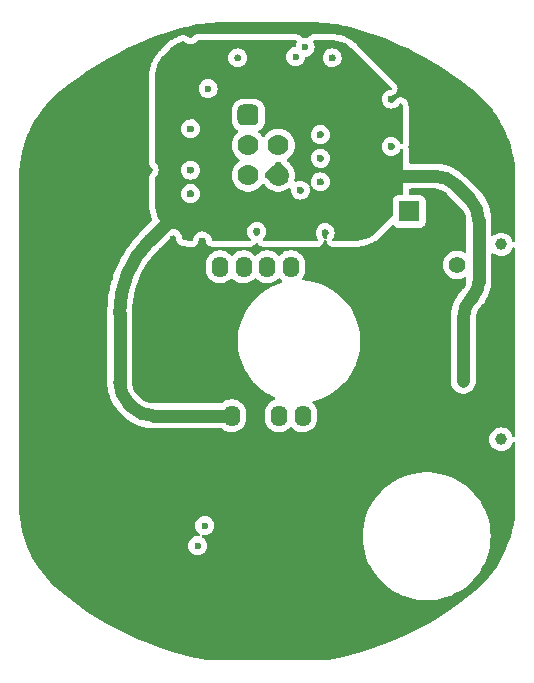
<source format=gbr>
%TF.GenerationSoftware,KiCad,Pcbnew,8.0.7*%
%TF.CreationDate,2025-09-19T21:14:15-06:00*%
%TF.ProjectId,MiniBall,4d696e69-4261-46c6-9c2e-6b696361645f,rev?*%
%TF.SameCoordinates,Original*%
%TF.FileFunction,Copper,L4,Bot*%
%TF.FilePolarity,Positive*%
%FSLAX46Y46*%
G04 Gerber Fmt 4.6, Leading zero omitted, Abs format (unit mm)*
G04 Created by KiCad (PCBNEW 8.0.7) date 2025-09-19 21:14:15*
%MOMM*%
%LPD*%
G01*
G04 APERTURE LIST*
G04 Aperture macros list*
%AMRoundRect*
0 Rectangle with rounded corners*
0 $1 Rounding radius*
0 $2 $3 $4 $5 $6 $7 $8 $9 X,Y pos of 4 corners*
0 Add a 4 corners polygon primitive as box body*
4,1,4,$2,$3,$4,$5,$6,$7,$8,$9,$2,$3,0*
0 Add four circle primitives for the rounded corners*
1,1,$1+$1,$2,$3*
1,1,$1+$1,$4,$5*
1,1,$1+$1,$6,$7*
1,1,$1+$1,$8,$9*
0 Add four rect primitives between the rounded corners*
20,1,$1+$1,$2,$3,$4,$5,0*
20,1,$1+$1,$4,$5,$6,$7,0*
20,1,$1+$1,$6,$7,$8,$9,0*
20,1,$1+$1,$8,$9,$2,$3,0*%
%AMRotRect*
0 Rectangle, with rotation*
0 The origin of the aperture is its center*
0 $1 length*
0 $2 width*
0 $3 Rotation angle, in degrees counterclockwise*
0 Add horizontal line*
21,1,$1,$2,0,0,$3*%
G04 Aperture macros list end*
%TA.AperFunction,SMDPad,CuDef*%
%ADD10RotRect,1.016000X1.016000X135.000000*%
%TD*%
%TA.AperFunction,ComponentPad*%
%ADD11RoundRect,0.444500X-0.444500X-0.444500X0.444500X-0.444500X0.444500X0.444500X-0.444500X0.444500X0*%
%TD*%
%TA.AperFunction,ComponentPad*%
%ADD12C,1.778000*%
%TD*%
%TA.AperFunction,ComponentPad*%
%ADD13R,1.778000X1.778000*%
%TD*%
%TA.AperFunction,ComponentPad*%
%ADD14O,1.400000X1.800000*%
%TD*%
%TA.AperFunction,ViaPad*%
%ADD15C,1.400000*%
%TD*%
%TA.AperFunction,ViaPad*%
%ADD16C,0.600000*%
%TD*%
%TA.AperFunction,ViaPad*%
%ADD17C,1.000000*%
%TD*%
%TA.AperFunction,ViaPad*%
%ADD18C,1.016000*%
%TD*%
%TA.AperFunction,Conductor*%
%ADD19C,1.100000*%
%TD*%
G04 APERTURE END LIST*
D10*
%TO.P,MCH.SP.10,1*%
%TO.N,GND*%
X165001100Y-84503600D03*
%TD*%
%TO.P,MCH.SP.9,1*%
%TO.N,GND*%
X168301110Y-120503600D03*
%TD*%
%TO.P,MCH.SP.2,1*%
%TO.N,GND*%
X157301100Y-117403600D03*
%TD*%
%TO.P,MCH.SP.3,1*%
%TO.N,GND*%
X138501100Y-80503600D03*
%TD*%
%TO.P,MCH.SP.11,1*%
%TO.N,GND*%
X161401100Y-127903600D03*
%TD*%
%TO.P,MCH.SP.5,1*%
%TO.N,GND*%
X131501110Y-84503600D03*
%TD*%
%TO.P,MCH.SP.12,1*%
%TO.N,GND*%
X128501100Y-92503600D03*
%TD*%
D11*
%TO.P,MCU.J.1,1*%
%TO.N,MISO*%
X146901110Y-85863600D03*
D12*
%TO.P,MCU.J.1,2*%
%TO.N,V_USB*%
X149441110Y-85863600D03*
%TO.P,MCU.J.1,3*%
%TO.N,SCLK*%
X146901110Y-88403600D03*
%TO.P,MCU.J.1,4*%
%TO.N,MOSI*%
X149441110Y-88403600D03*
%TO.P,MCU.J.1,5*%
%TO.N,~{RESET}*%
X146901110Y-90943600D03*
%TO.P,MCU.J.1,6*%
%TO.N,GND*%
X149441110Y-90943600D03*
%TD*%
D13*
%TO.P,MCU.J.3,1*%
%TO.N,NetMCU.J.3_1*%
X160511100Y-94003600D03*
D12*
%TO.P,MCU.J.3,2*%
%TO.N,GND*%
X163051100Y-94003600D03*
%TD*%
D10*
%TO.P,MCH.SP.8,1*%
%TO.N,GND*%
X156501100Y-79503600D03*
%TD*%
D14*
%TO.P,MOS.U.2,1*%
%TO.N,NetMCU.U.1_31*%
X150501120Y-98703600D03*
%TO.P,MOS.U.2,2*%
%TO.N,NetMOS.D.1_C*%
X148501120Y-98703600D03*
%TO.P,MOS.U.2,3*%
%TO.N,~{RESET}*%
X146501120Y-98703600D03*
%TO.P,MOS.U.2,4*%
%TO.N,NetMCU.U.1_28*%
X144501120Y-98703600D03*
%TO.P,MOS.U.2,5*%
%TO.N,V_USB*%
X145501120Y-111303600D03*
%TO.P,MOS.U.2,6*%
%TO.N,GND*%
X147501120Y-111303600D03*
%TO.P,MOS.U.2,7*%
%TO.N,NetMOS.C.2_2*%
X149501120Y-111303600D03*
%TO.P,MOS.U.2,8*%
%TO.N,NetMCU.U.1_12*%
X151501120Y-111303600D03*
%TD*%
D10*
%TO.P,MCH.SP.6,1*%
%TO.N,GND*%
X134301110Y-127503600D03*
%TD*%
%TO.P,MCH.SP.7,1*%
%TO.N,GND*%
X163701100Y-115603600D03*
%TD*%
%TO.P,MCH.SP.1,1*%
%TO.N,GND*%
X168701100Y-95103600D03*
%TD*%
%TO.P,MCH.SP.4,1*%
%TO.N,GND*%
X156301100Y-123903600D03*
%TD*%
D15*
%TO.N,NetMOS.D.1_C*%
X164576100Y-98528600D03*
D16*
%TO.N,NetMCU.U.1_12*%
X143501100Y-83603600D03*
%TO.N,V_USB*%
X152501100Y-81103600D03*
X145601110Y-95703600D03*
X158801100Y-92203600D03*
X155601110Y-83403600D03*
X148501100Y-81303600D03*
X141801110Y-86003600D03*
D17*
X165101100Y-108403600D03*
%TO.N,NetMOS.R.3_1*%
X168301110Y-96803600D03*
X168301110Y-113303600D03*
D16*
%TO.N,NetMCU.U.1_4*%
X143201110Y-120603600D03*
X150901100Y-80903600D03*
%TO.N,NetMCU.U.1_3*%
X151701100Y-80103600D03*
X142601110Y-122303600D03*
%TO.N,GND*%
X131501110Y-91503600D03*
D18*
X156501100Y-79503600D03*
X161401100Y-127903600D03*
D16*
X128401100Y-101803600D03*
D18*
X157301100Y-117403600D03*
X156301100Y-123903600D03*
D16*
X153501100Y-129003600D03*
X140501110Y-96303600D03*
X153001100Y-87503600D03*
X167001100Y-112003600D03*
X140001100Y-121503600D03*
X135501110Y-115503600D03*
X131601110Y-115903600D03*
X137501100Y-101503600D03*
X133501100Y-107003600D03*
X143501100Y-127503600D03*
X146001100Y-78503600D03*
X156801100Y-127803600D03*
X155101100Y-112203600D03*
X162301100Y-112603600D03*
X138601100Y-98603600D03*
X146001100Y-81003600D03*
X142001100Y-87003600D03*
X143001110Y-119503600D03*
X162701100Y-87603600D03*
X135501110Y-96003600D03*
X134501100Y-85503600D03*
X133101100Y-119703600D03*
X134001110Y-111503600D03*
X131301100Y-125103600D03*
X143001110Y-96503600D03*
X151301100Y-92203600D03*
X164501110Y-96403600D03*
X148801100Y-117203600D03*
D18*
X165001100Y-84503600D03*
D16*
X137501100Y-119003600D03*
X133001110Y-85503600D03*
X147101100Y-117203600D03*
X153501100Y-126003600D03*
X133501100Y-103503600D03*
X137501100Y-105503600D03*
X131501110Y-90003600D03*
X142501100Y-130003600D03*
X131501110Y-93003600D03*
X153001100Y-91503600D03*
X143501100Y-129003600D03*
X141001100Y-117703600D03*
X167001100Y-117003600D03*
X142001100Y-79003600D03*
X131501110Y-87003600D03*
X137501100Y-108503600D03*
X154501110Y-130003600D03*
X160801110Y-89703600D03*
X167001100Y-90903600D03*
X142001100Y-92503600D03*
X159001100Y-88503600D03*
X142501100Y-131503600D03*
X153001100Y-89503600D03*
X137501100Y-112503600D03*
X139501100Y-115503600D03*
X153001100Y-124503600D03*
X152401100Y-114003600D03*
X147801100Y-119703600D03*
X134501100Y-93503600D03*
D18*
X138501100Y-80503600D03*
D16*
X139201110Y-127203600D03*
X135301110Y-82203600D03*
D18*
X163701100Y-115603600D03*
D16*
X151501100Y-78503600D03*
X128401100Y-96803600D03*
X153401100Y-95803600D03*
X131501110Y-88503600D03*
X147601100Y-95703600D03*
D18*
X134301110Y-127503600D03*
X168301110Y-120503600D03*
X168701100Y-95103600D03*
D16*
X142001100Y-90503600D03*
X128701100Y-112903600D03*
D18*
X131501110Y-84503600D03*
D16*
X158901100Y-96403600D03*
X153501100Y-127503600D03*
X159001100Y-84503600D03*
X136001100Y-85503600D03*
X137501100Y-93003600D03*
X159001100Y-80503600D03*
X153901100Y-118803600D03*
X154501110Y-131503600D03*
X138501100Y-90503600D03*
X136001100Y-93503600D03*
X135701100Y-123003600D03*
X142901110Y-113703600D03*
D18*
X128501100Y-92503600D03*
D16*
X160001100Y-115003600D03*
X133001110Y-93503600D03*
X154001100Y-81003600D03*
X128501100Y-106703600D03*
X138001110Y-91503600D03*
X133501100Y-99503600D03*
%TD*%
D19*
%TO.N,V_USB*%
X165101100Y-108403600D02*
X165101100Y-103055700D01*
X136745050Y-110247550D02*
X137057160Y-110559650D01*
X165845050Y-101259650D02*
X165901110Y-101203600D01*
X164445050Y-91747550D02*
X165657160Y-92959650D01*
X136001100Y-102624930D02*
X136001100Y-102628270D01*
X136001100Y-108451500D02*
X136001100Y-102628270D01*
X166401100Y-99996490D02*
X166401100Y-94755700D01*
X138563890Y-96440810D02*
X140501110Y-94503600D01*
X158601100Y-91003600D02*
X162649000Y-91003600D01*
X138853210Y-111303600D02*
X145501120Y-111303600D01*
X162649000Y-91003600D02*
G75*
G02*
X164445051Y-91747549I0J-2540000D01*
G01*
X166401100Y-99996490D02*
G75*
G02*
X165901107Y-101203597I-1707100J-10D01*
G01*
X136001100Y-102624928D02*
G75*
G02*
X138563886Y-96440812I8742600J28D01*
G01*
X138853210Y-111303600D02*
G75*
G02*
X137057154Y-110559656I-10J2540000D01*
G01*
X165657151Y-92959649D02*
G75*
G02*
X166401100Y-94755700I-1796051J-1796051D01*
G01*
X165101100Y-103055700D02*
G75*
G02*
X165845049Y-101259649I2540000J0D01*
G01*
X136745049Y-110247551D02*
G75*
G02*
X136001100Y-108451500I1796051J1796051D01*
G01*
%TD*%
%TA.AperFunction,Conductor*%
%TO.N,GND*%
G36*
X152715780Y-78004134D02*
G01*
X153160036Y-78014634D01*
X153165860Y-78014909D01*
X153607732Y-78046284D01*
X153613529Y-78046834D01*
X154053417Y-78099047D01*
X154059169Y-78099868D01*
X154496097Y-78172804D01*
X154501827Y-78173900D01*
X154935704Y-78267585D01*
X154940646Y-78268759D01*
X155131696Y-78318321D01*
X155870806Y-78510058D01*
X155875003Y-78511226D01*
X156797051Y-78785332D01*
X156801127Y-78786622D01*
X157712960Y-79092947D01*
X157717044Y-79094398D01*
X157977621Y-79192253D01*
X158617573Y-79432575D01*
X158621625Y-79434179D01*
X159509653Y-79803757D01*
X159513645Y-79805501D01*
X159693539Y-79887898D01*
X160388195Y-80206073D01*
X160392082Y-80207937D01*
X160936265Y-80480712D01*
X161251992Y-80638972D01*
X161255852Y-80640992D01*
X162100093Y-81101974D01*
X162103880Y-81104129D01*
X162171561Y-81144234D01*
X162931404Y-81594484D01*
X162935098Y-81596761D01*
X163744895Y-82115894D01*
X163748481Y-82118283D01*
X164096853Y-82359289D01*
X164539561Y-82665558D01*
X164543100Y-82668100D01*
X164785165Y-82848458D01*
X165174884Y-83138830D01*
X165314420Y-83242795D01*
X165317849Y-83245445D01*
X165573334Y-83450144D01*
X166067895Y-83846396D01*
X166072340Y-83850131D01*
X166226684Y-83986157D01*
X166485527Y-84214279D01*
X166490840Y-84219246D01*
X166580995Y-84308622D01*
X166857606Y-84582844D01*
X166881386Y-84606418D01*
X166886394Y-84611683D01*
X167058948Y-84804083D01*
X167253580Y-85021101D01*
X167258275Y-85026656D01*
X167600811Y-85456881D01*
X167605173Y-85462702D01*
X167921898Y-85912273D01*
X167925911Y-85918339D01*
X168215738Y-86385716D01*
X168219388Y-86392007D01*
X168481308Y-86875563D01*
X168484583Y-86882057D01*
X168717702Y-87380138D01*
X168720591Y-87386813D01*
X168924110Y-87897718D01*
X168926602Y-87904551D01*
X169099103Y-88424357D01*
X169099816Y-88426504D01*
X169101901Y-88433465D01*
X169114367Y-88479999D01*
X169244206Y-88964656D01*
X169245882Y-88971733D01*
X169356808Y-89510392D01*
X169358065Y-89517556D01*
X169437215Y-90061767D01*
X169438050Y-90068993D01*
X169485155Y-90616908D01*
X169485565Y-90624170D01*
X169500548Y-91177020D01*
X169500594Y-91180655D01*
X169500439Y-91250070D01*
X169500600Y-91252560D01*
X169500600Y-96475231D01*
X169480915Y-96542270D01*
X169428111Y-96588025D01*
X169358953Y-96597969D01*
X169295397Y-96568944D01*
X169257940Y-96511227D01*
X169239390Y-96450077D01*
X169229924Y-96418873D01*
X169219661Y-96399673D01*
X169137023Y-96245067D01*
X169137019Y-96245060D01*
X169011993Y-96092716D01*
X168859649Y-95967690D01*
X168859642Y-95967686D01*
X168685843Y-95874788D01*
X168685837Y-95874786D01*
X168497242Y-95817576D01*
X168497239Y-95817575D01*
X168301110Y-95798259D01*
X168104980Y-95817575D01*
X167916376Y-95874788D01*
X167742577Y-95967686D01*
X167742570Y-95967691D01*
X167654265Y-96040161D01*
X167589955Y-96067474D01*
X167521087Y-96055683D01*
X167469527Y-96008531D01*
X167451600Y-95944308D01*
X167451600Y-94647125D01*
X167451599Y-94647099D01*
X167451599Y-94579313D01*
X167436250Y-94423478D01*
X167417020Y-94228229D01*
X167382363Y-94053996D01*
X167348201Y-93882248D01*
X167348198Y-93882237D01*
X167348197Y-93882234D01*
X167348196Y-93882228D01*
X167245790Y-93544639D01*
X167110787Y-93218713D01*
X167029549Y-93066728D01*
X166944494Y-92907600D01*
X166944493Y-92907598D01*
X166944488Y-92907589D01*
X166748494Y-92614263D01*
X166562788Y-92387979D01*
X166524698Y-92341566D01*
X166524688Y-92341555D01*
X166477911Y-92294779D01*
X166477842Y-92294702D01*
X166473134Y-92289994D01*
X166473133Y-92289992D01*
X165255454Y-91072322D01*
X165187867Y-91004733D01*
X165063140Y-90880007D01*
X165022560Y-90846704D01*
X164790443Y-90656209D01*
X164790442Y-90656208D01*
X164790438Y-90656205D01*
X164497112Y-90460211D01*
X164497107Y-90460208D01*
X164497100Y-90460204D01*
X164185995Y-90293915D01*
X164185990Y-90293913D01*
X164163692Y-90284677D01*
X164090528Y-90254371D01*
X163860063Y-90158909D01*
X163522462Y-90056500D01*
X163522451Y-90056497D01*
X163176477Y-89987680D01*
X163176460Y-89987677D01*
X162910972Y-89961529D01*
X162825390Y-89953100D01*
X162825387Y-89953100D01*
X160630600Y-89953100D01*
X160563561Y-89933415D01*
X160517806Y-89880611D01*
X160506600Y-89829100D01*
X160506600Y-89759859D01*
X160506130Y-89743129D01*
X160505804Y-89731509D01*
X160505024Y-89717625D01*
X160504719Y-89714008D01*
X160504720Y-89693172D01*
X160505024Y-89689574D01*
X160505804Y-89675690D01*
X160506600Y-89647336D01*
X160506600Y-88799285D01*
X160489597Y-88669281D01*
X160486276Y-88656804D01*
X160473198Y-88607659D01*
X160473195Y-88607652D01*
X160473194Y-88607646D01*
X160449276Y-88549486D01*
X160441985Y-88479999D01*
X160451163Y-88450817D01*
X160466438Y-88417373D01*
X160486123Y-88350334D01*
X160486124Y-88350330D01*
X160506600Y-88207914D01*
X160506600Y-85556687D01*
X160506582Y-85552448D01*
X160506565Y-85550421D01*
X160506515Y-85546395D01*
X160503929Y-85388244D01*
X160502628Y-85359335D01*
X160501584Y-85345177D01*
X160498628Y-85316370D01*
X160470168Y-85100193D01*
X160457203Y-85001715D01*
X160451820Y-84969109D01*
X160451818Y-84969095D01*
X160448654Y-84953186D01*
X160441139Y-84920954D01*
X160409823Y-84804083D01*
X160407503Y-84795714D01*
X160406342Y-84791661D01*
X160406329Y-84791615D01*
X160403934Y-84783512D01*
X160403932Y-84783507D01*
X160342832Y-84653250D01*
X160336910Y-84644239D01*
X160304459Y-84594858D01*
X160304453Y-84594851D01*
X160209135Y-84487089D01*
X160209130Y-84487085D01*
X160152384Y-84451429D01*
X160087307Y-84410538D01*
X160087304Y-84410536D01*
X160026035Y-84383307D01*
X160024295Y-84382486D01*
X160023457Y-84382161D01*
X159884996Y-84343037D01*
X159741123Y-84344506D01*
X159672470Y-84355093D01*
X159672074Y-84355152D01*
X159534434Y-84397098D01*
X159414207Y-84476110D01*
X159414187Y-84476125D01*
X159361874Y-84522398D01*
X159361862Y-84522410D01*
X159268764Y-84632093D01*
X159240629Y-84676868D01*
X159223318Y-84698574D01*
X159196075Y-84725817D01*
X159174366Y-84743129D01*
X159141736Y-84763632D01*
X159116718Y-84775681D01*
X159080343Y-84788409D01*
X159053272Y-84794587D01*
X159014982Y-84798901D01*
X158987216Y-84798901D01*
X158948926Y-84794587D01*
X158921854Y-84788408D01*
X158885480Y-84775680D01*
X158860464Y-84763633D01*
X158827833Y-84743130D01*
X158806123Y-84725817D01*
X158778880Y-84698574D01*
X158761567Y-84676865D01*
X158752178Y-84661922D01*
X158752178Y-84661921D01*
X158741061Y-84644229D01*
X158729019Y-84619224D01*
X158716287Y-84582838D01*
X158710111Y-84555775D01*
X158705796Y-84517470D01*
X158705797Y-84489711D01*
X158710110Y-84451425D01*
X158716286Y-84424361D01*
X158729019Y-84387973D01*
X158741066Y-84362961D01*
X158761569Y-84330331D01*
X158778877Y-84308626D01*
X158806126Y-84281377D01*
X158827831Y-84264069D01*
X158860461Y-84243566D01*
X158885478Y-84231518D01*
X158921857Y-84218788D01*
X158948922Y-84212611D01*
X158976574Y-84209496D01*
X159106258Y-84177100D01*
X159166684Y-84153147D01*
X159283334Y-84087898D01*
X159385074Y-83986161D01*
X159426946Y-83930228D01*
X159426952Y-83930220D01*
X159495905Y-83803939D01*
X159526488Y-83663347D01*
X159531472Y-83593655D01*
X159521208Y-83450144D01*
X159470926Y-83315335D01*
X159437441Y-83254012D01*
X159437439Y-83254009D01*
X159351223Y-83138837D01*
X159351207Y-83138819D01*
X158732754Y-82520368D01*
X156103215Y-79890830D01*
X156100260Y-79887898D01*
X156098813Y-79886474D01*
X156095855Y-79883588D01*
X155982184Y-79773574D01*
X155960848Y-79754074D01*
X155950124Y-79744822D01*
X155947433Y-79742632D01*
X155927627Y-79726512D01*
X155904505Y-79708770D01*
X155675841Y-79533310D01*
X155657456Y-79520136D01*
X155652243Y-79513466D01*
X155456254Y-79400312D01*
X155456249Y-79400310D01*
X155333407Y-79329386D01*
X155304243Y-79313797D01*
X155289683Y-79306617D01*
X155259558Y-79292967D01*
X155234000Y-79282381D01*
X155233997Y-79282380D01*
X154967295Y-79171909D01*
X154936335Y-79160255D01*
X154920998Y-79155048D01*
X154889336Y-79145443D01*
X154889329Y-79145441D01*
X154889322Y-79145439D01*
X154705749Y-79096251D01*
X154583722Y-79063554D01*
X154551489Y-79056039D01*
X154535591Y-79052878D01*
X154503006Y-79047499D01*
X154188316Y-79006069D01*
X154159522Y-79003114D01*
X154145431Y-79002074D01*
X154127480Y-79001265D01*
X154116466Y-79000770D01*
X154116458Y-79000769D01*
X154116439Y-79000769D01*
X153958419Y-78998185D01*
X153953988Y-78998131D01*
X153952039Y-78998116D01*
X153948127Y-78998100D01*
X153948013Y-78998100D01*
X152493865Y-78998100D01*
X152471845Y-79000410D01*
X152388936Y-79009110D01*
X152338577Y-79019796D01*
X152238214Y-79052349D01*
X152116392Y-79128895D01*
X152063126Y-79174106D01*
X152063118Y-79174114D01*
X151973339Y-79275614D01*
X151914179Y-79312786D01*
X151866577Y-79316679D01*
X151701104Y-79298035D01*
X151701096Y-79298035D01*
X151531575Y-79317134D01*
X151462753Y-79305079D01*
X151413377Y-79260954D01*
X151403163Y-79245062D01*
X151403160Y-79245057D01*
X151401489Y-79243128D01*
X151357411Y-79192259D01*
X151357407Y-79192256D01*
X151357405Y-79192253D01*
X151248671Y-79098033D01*
X151248668Y-79098031D01*
X151248666Y-79098030D01*
X151117800Y-79038264D01*
X151117795Y-79038262D01*
X151117794Y-79038262D01*
X151054910Y-79019797D01*
X151050752Y-79018576D01*
X150963768Y-79006070D01*
X150908335Y-78998100D01*
X142684540Y-78998100D01*
X142684538Y-78998100D01*
X142630489Y-79000997D01*
X142630488Y-79000997D01*
X142604155Y-79003829D01*
X142604128Y-79003832D01*
X142550732Y-79012485D01*
X142550730Y-79012485D01*
X142415925Y-79062766D01*
X142354600Y-79096251D01*
X142239422Y-79182473D01*
X142239409Y-79182484D01*
X142196074Y-79225818D01*
X142174368Y-79243128D01*
X142141737Y-79263632D01*
X142116718Y-79275681D01*
X142080343Y-79288409D01*
X142053272Y-79294587D01*
X142014982Y-79298901D01*
X141987216Y-79298901D01*
X141948926Y-79294587D01*
X141921856Y-79288409D01*
X141893001Y-79278312D01*
X141892998Y-79278312D01*
X141892995Y-79278311D01*
X141885478Y-79275680D01*
X141860464Y-79263634D01*
X141781674Y-79214126D01*
X141770996Y-79206604D01*
X141751172Y-79191014D01*
X141751167Y-79191011D01*
X141751166Y-79191010D01*
X141701241Y-79160579D01*
X141701242Y-79160579D01*
X141701238Y-79160577D01*
X141631862Y-79128895D01*
X141592064Y-79110720D01*
X141506025Y-79096251D01*
X141450183Y-79086860D01*
X141450180Y-79086859D01*
X141450176Y-79086859D01*
X141380329Y-79085196D01*
X141380326Y-79085196D01*
X141237463Y-79102278D01*
X141237462Y-79102278D01*
X141101207Y-79138788D01*
X141069537Y-79148394D01*
X141054230Y-79153590D01*
X141023278Y-79165239D01*
X140746168Y-79280022D01*
X140716067Y-79293660D01*
X140701499Y-79300845D01*
X140672345Y-79316429D01*
X140412633Y-79466374D01*
X140384500Y-79483870D01*
X140371016Y-79492881D01*
X140344161Y-79512126D01*
X140105462Y-79695287D01*
X140082842Y-79713703D01*
X140072060Y-79723012D01*
X140050615Y-79742632D01*
X140050588Y-79742657D01*
X139942808Y-79847116D01*
X139942661Y-79847258D01*
X139942644Y-79847276D01*
X139939959Y-79849897D01*
X139938865Y-79850973D01*
X139935863Y-79853951D01*
X139475740Y-80314074D01*
X139475741Y-80314075D01*
X139388273Y-80401543D01*
X139388135Y-80401681D01*
X139388115Y-80401702D01*
X139385554Y-80404280D01*
X139384141Y-80405715D01*
X139381045Y-80408886D01*
X139271091Y-80522496D01*
X139251560Y-80543867D01*
X139242301Y-80554600D01*
X139224032Y-80577045D01*
X139132858Y-80695866D01*
X139132857Y-80695865D01*
X139030800Y-80828869D01*
X139011506Y-80855794D01*
X139002526Y-80869237D01*
X138985061Y-80897325D01*
X138923706Y-81003596D01*
X138826882Y-81171299D01*
X138811285Y-81200477D01*
X138804121Y-81215004D01*
X138790469Y-81245138D01*
X138669397Y-81537431D01*
X138657752Y-81568371D01*
X138652544Y-81583716D01*
X138652542Y-81583722D01*
X138648584Y-81596769D01*
X138642942Y-81615370D01*
X138561052Y-81920986D01*
X138553540Y-81953204D01*
X138550382Y-81969085D01*
X138544996Y-82001706D01*
X138503571Y-82316367D01*
X138500613Y-82345184D01*
X138499574Y-82359261D01*
X138498269Y-82388259D01*
X138495686Y-82546323D01*
X138495635Y-82550339D01*
X138495617Y-82552477D01*
X138495600Y-82556707D01*
X138495600Y-89820162D01*
X138498497Y-89874210D01*
X138498497Y-89874211D01*
X138501329Y-89900544D01*
X138501332Y-89900571D01*
X138509985Y-89953967D01*
X138509985Y-89953969D01*
X138546717Y-90052449D01*
X138560268Y-90088779D01*
X138593753Y-90150102D01*
X138679977Y-90265283D01*
X138679986Y-90265292D01*
X138723316Y-90308622D01*
X138740629Y-90330332D01*
X138761132Y-90362962D01*
X138773181Y-90387980D01*
X138785909Y-90424355D01*
X138792087Y-90451425D01*
X138796401Y-90489712D01*
X138796401Y-90517480D01*
X138792086Y-90555775D01*
X138785908Y-90582844D01*
X138773181Y-90619217D01*
X138761132Y-90644236D01*
X138740629Y-90676866D01*
X138723318Y-90698574D01*
X138679982Y-90741909D01*
X138679982Y-90741911D01*
X138643828Y-90782158D01*
X138643818Y-90782170D01*
X138627176Y-90802821D01*
X138595533Y-90846703D01*
X138535763Y-90977577D01*
X138516076Y-91044622D01*
X138509610Y-91089594D01*
X138496986Y-91177404D01*
X138495600Y-91187041D01*
X138495600Y-93450491D01*
X138495617Y-93454721D01*
X138495635Y-93456859D01*
X138495686Y-93460875D01*
X138498269Y-93618935D01*
X138499574Y-93647931D01*
X138500614Y-93662022D01*
X138503569Y-93690816D01*
X138544999Y-94005506D01*
X138550378Y-94038091D01*
X138553541Y-94053996D01*
X138561052Y-94086216D01*
X138561055Y-94086226D01*
X138642937Y-94391814D01*
X138642942Y-94391832D01*
X138642943Y-94391834D01*
X138652543Y-94423481D01*
X138657749Y-94438816D01*
X138669408Y-94469794D01*
X138748962Y-94661854D01*
X138756431Y-94731324D01*
X138725156Y-94793803D01*
X138722082Y-94796988D01*
X137822787Y-95696279D01*
X137822758Y-95696308D01*
X137611933Y-95906993D01*
X137611911Y-95907016D01*
X137219153Y-96350063D01*
X137219151Y-96350065D01*
X136853852Y-96816054D01*
X136517374Y-97303249D01*
X136345199Y-97587910D01*
X136211510Y-97808941D01*
X136210937Y-97809888D01*
X135935679Y-98334078D01*
X135935666Y-98334105D01*
X135692574Y-98873965D01*
X135692569Y-98873978D01*
X135482524Y-99427554D01*
X135482520Y-99427566D01*
X135401940Y-99686040D01*
X135306296Y-99992831D01*
X135173440Y-100531613D01*
X135164537Y-100567716D01*
X135057768Y-101150081D01*
X135057765Y-101150103D01*
X134986368Y-101737852D01*
X134986368Y-101737856D01*
X134986367Y-101737865D01*
X134986367Y-101737869D01*
X134979545Y-101850609D01*
X134950603Y-102328880D01*
X134950602Y-102328893D01*
X134950601Y-102516330D01*
X134950600Y-102516356D01*
X134950600Y-108561078D01*
X134950601Y-108561099D01*
X134950601Y-108627890D01*
X134958690Y-108710020D01*
X134985178Y-108978960D01*
X134985181Y-108978977D01*
X135053998Y-109324951D01*
X135054001Y-109324962D01*
X135156410Y-109662562D01*
X135221460Y-109819606D01*
X135284371Y-109971487D01*
X135291414Y-109988489D01*
X135291416Y-109988494D01*
X135457705Y-110299599D01*
X135457716Y-110299617D01*
X135653700Y-110592928D01*
X135653710Y-110592942D01*
X135877501Y-110865633D01*
X135877511Y-110865644D01*
X135923696Y-110911828D01*
X135923719Y-110911854D01*
X135965912Y-110954045D01*
X135965914Y-110954049D01*
X136002233Y-110990366D01*
X136002233Y-110990367D01*
X136071066Y-111059198D01*
X136071068Y-111059199D01*
X136076033Y-111064164D01*
X136076053Y-111064182D01*
X136259194Y-111247317D01*
X136278021Y-111266144D01*
X136278034Y-111266168D01*
X136314340Y-111302473D01*
X136314340Y-111302474D01*
X136439067Y-111427200D01*
X136711770Y-111651000D01*
X136711773Y-111651003D01*
X137005088Y-111846988D01*
X137005094Y-111846991D01*
X137005098Y-111846994D01*
X137316223Y-112013293D01*
X137642150Y-112148295D01*
X137979740Y-112250701D01*
X138325742Y-112319523D01*
X138676824Y-112354101D01*
X138853214Y-112354100D01*
X144602495Y-112354100D01*
X144669534Y-112373785D01*
X144690176Y-112390419D01*
X144719047Y-112419290D01*
X144871921Y-112530360D01*
X144951467Y-112570890D01*
X145040283Y-112616145D01*
X145040285Y-112616145D01*
X145040288Y-112616147D01*
X145136617Y-112647446D01*
X145220001Y-112674540D01*
X145406634Y-112704100D01*
X145406639Y-112704100D01*
X145595606Y-112704100D01*
X145782238Y-112674540D01*
X145961952Y-112616147D01*
X146130319Y-112530360D01*
X146283193Y-112419290D01*
X146416810Y-112285673D01*
X146527880Y-112132799D01*
X146613667Y-111964432D01*
X146672060Y-111784718D01*
X146701620Y-111598086D01*
X146701620Y-111009113D01*
X146672060Y-110822481D01*
X146613665Y-110642763D01*
X146527879Y-110474400D01*
X146416810Y-110321527D01*
X146283193Y-110187910D01*
X146130319Y-110076840D01*
X145961956Y-109991054D01*
X145782238Y-109932659D01*
X145595606Y-109903100D01*
X145595601Y-109903100D01*
X145406639Y-109903100D01*
X145406634Y-109903100D01*
X145220001Y-109932659D01*
X145040283Y-109991054D01*
X144871920Y-110076840D01*
X144851703Y-110091529D01*
X144719047Y-110187910D01*
X144719045Y-110187912D01*
X144719044Y-110187912D01*
X144690176Y-110216781D01*
X144628853Y-110250266D01*
X144602495Y-110253100D01*
X138857272Y-110253100D01*
X138849163Y-110252835D01*
X138666891Y-110240889D01*
X138650809Y-110238771D01*
X138475666Y-110203933D01*
X138459999Y-110199735D01*
X138290897Y-110142333D01*
X138275912Y-110136126D01*
X138115737Y-110057137D01*
X138101690Y-110049027D01*
X137953214Y-109949819D01*
X137940345Y-109939945D01*
X137803124Y-109819606D01*
X137797203Y-109814061D01*
X137490721Y-109507589D01*
X137485173Y-109501665D01*
X137364756Y-109364356D01*
X137354885Y-109351491D01*
X137255671Y-109203006D01*
X137247561Y-109188960D01*
X137210354Y-109113512D01*
X137168573Y-109028789D01*
X137162369Y-109013810D01*
X137104966Y-108844704D01*
X137100768Y-108829037D01*
X137077094Y-108710020D01*
X137065928Y-108653885D01*
X137063813Y-108637827D01*
X137051864Y-108455526D01*
X137051600Y-108447419D01*
X137051600Y-102626967D01*
X137051666Y-102622909D01*
X137054766Y-102528239D01*
X137067950Y-102125644D01*
X137068479Y-102117575D01*
X137117065Y-101624483D01*
X137118120Y-101616474D01*
X137198869Y-101127596D01*
X137200443Y-101119685D01*
X137313010Y-100637125D01*
X137315098Y-100629336D01*
X137458996Y-100155186D01*
X137461598Y-100147527D01*
X137636197Y-99683846D01*
X137639300Y-99676359D01*
X137646470Y-99660543D01*
X137843883Y-99225059D01*
X137847448Y-99217833D01*
X138081132Y-98780866D01*
X138085160Y-98773894D01*
X138312119Y-98409113D01*
X143300620Y-98409113D01*
X143300620Y-98998086D01*
X143330179Y-99184718D01*
X143388574Y-99364436D01*
X143452921Y-99490723D01*
X143474360Y-99532799D01*
X143585430Y-99685673D01*
X143719047Y-99819290D01*
X143871921Y-99930360D01*
X143902548Y-99945965D01*
X144040283Y-100016145D01*
X144040285Y-100016145D01*
X144040288Y-100016147D01*
X144136617Y-100047446D01*
X144220001Y-100074540D01*
X144406634Y-100104100D01*
X144406639Y-100104100D01*
X144595606Y-100104100D01*
X144782238Y-100074540D01*
X144817954Y-100062935D01*
X144961952Y-100016147D01*
X145130319Y-99930360D01*
X145283193Y-99819290D01*
X145413439Y-99689044D01*
X145474762Y-99655559D01*
X145544454Y-99660543D01*
X145588801Y-99689044D01*
X145719047Y-99819290D01*
X145871921Y-99930360D01*
X145902548Y-99945965D01*
X146040283Y-100016145D01*
X146040285Y-100016145D01*
X146040288Y-100016147D01*
X146136617Y-100047446D01*
X146220001Y-100074540D01*
X146406634Y-100104100D01*
X146406639Y-100104100D01*
X146595606Y-100104100D01*
X146782238Y-100074540D01*
X146817954Y-100062935D01*
X146961952Y-100016147D01*
X147130319Y-99930360D01*
X147283193Y-99819290D01*
X147413439Y-99689044D01*
X147474762Y-99655559D01*
X147544454Y-99660543D01*
X147588801Y-99689044D01*
X147719047Y-99819290D01*
X147871921Y-99930360D01*
X147902548Y-99945965D01*
X148040283Y-100016145D01*
X148040285Y-100016145D01*
X148040288Y-100016147D01*
X148136617Y-100047446D01*
X148220001Y-100074540D01*
X148406634Y-100104100D01*
X148406639Y-100104100D01*
X148595606Y-100104100D01*
X148782238Y-100074540D01*
X148817954Y-100062935D01*
X148961952Y-100016147D01*
X149130319Y-99930360D01*
X149283193Y-99819290D01*
X149413439Y-99689044D01*
X149474762Y-99655559D01*
X149544454Y-99660543D01*
X149588801Y-99689044D01*
X149719047Y-99819290D01*
X149733315Y-99829656D01*
X149775981Y-99884984D01*
X149781961Y-99954598D01*
X149749355Y-100016393D01*
X149692526Y-100049748D01*
X149643323Y-100062932D01*
X149643310Y-100062936D01*
X149410939Y-100147513D01*
X149218635Y-100217506D01*
X149218631Y-100217507D01*
X149218625Y-100217510D01*
X149218617Y-100217513D01*
X148809052Y-100408497D01*
X148809036Y-100408505D01*
X148417664Y-100634464D01*
X148417638Y-100634480D01*
X148047451Y-100893688D01*
X147701249Y-101184188D01*
X147381688Y-101503749D01*
X147091188Y-101849951D01*
X146831980Y-102220138D01*
X146831964Y-102220164D01*
X146606005Y-102611536D01*
X146605997Y-102611552D01*
X146415013Y-103021117D01*
X146415010Y-103021125D01*
X146415007Y-103021131D01*
X146415006Y-103021135D01*
X146337720Y-103233474D01*
X146260431Y-103445824D01*
X146143468Y-103882342D01*
X146143465Y-103882355D01*
X146064988Y-104327415D01*
X146025600Y-104777628D01*
X146025600Y-105229571D01*
X146064988Y-105679784D01*
X146143465Y-106124844D01*
X146143468Y-106124857D01*
X146260431Y-106561375D01*
X146260434Y-106561385D01*
X146260435Y-106561386D01*
X146415006Y-106986065D01*
X146415009Y-106986072D01*
X146415010Y-106986074D01*
X146415013Y-106986082D01*
X146605997Y-107395647D01*
X146606002Y-107395657D01*
X146831969Y-107787044D01*
X146831973Y-107787050D01*
X146831980Y-107787061D01*
X147091188Y-108157248D01*
X147301162Y-108407484D01*
X147381686Y-108503448D01*
X147701252Y-108823014D01*
X147794428Y-108901198D01*
X148047451Y-109113511D01*
X148417638Y-109372719D01*
X148417645Y-109372723D01*
X148417656Y-109372731D01*
X148784468Y-109584509D01*
X148809036Y-109598694D01*
X148809051Y-109598702D01*
X149114586Y-109741175D01*
X149167025Y-109787347D01*
X149186177Y-109854541D01*
X149165961Y-109921422D01*
X149112796Y-109966756D01*
X149100502Y-109971487D01*
X149040286Y-109991053D01*
X148871920Y-110076840D01*
X148851703Y-110091529D01*
X148719047Y-110187910D01*
X148719045Y-110187912D01*
X148719044Y-110187912D01*
X148585432Y-110321524D01*
X148585432Y-110321525D01*
X148585430Y-110321527D01*
X148537730Y-110387179D01*
X148474360Y-110474400D01*
X148388574Y-110642763D01*
X148330179Y-110822481D01*
X148300620Y-111009113D01*
X148300620Y-111598086D01*
X148330179Y-111784718D01*
X148388574Y-111964436D01*
X148413471Y-112013298D01*
X148474360Y-112132799D01*
X148585430Y-112285673D01*
X148719047Y-112419290D01*
X148871921Y-112530360D01*
X148951467Y-112570890D01*
X149040283Y-112616145D01*
X149040285Y-112616145D01*
X149040288Y-112616147D01*
X149136617Y-112647446D01*
X149220001Y-112674540D01*
X149406634Y-112704100D01*
X149406639Y-112704100D01*
X149595606Y-112704100D01*
X149782238Y-112674540D01*
X149961952Y-112616147D01*
X150130319Y-112530360D01*
X150283193Y-112419290D01*
X150413439Y-112289044D01*
X150474762Y-112255559D01*
X150544454Y-112260543D01*
X150588801Y-112289044D01*
X150719047Y-112419290D01*
X150871921Y-112530360D01*
X150951467Y-112570890D01*
X151040283Y-112616145D01*
X151040285Y-112616145D01*
X151040288Y-112616147D01*
X151136617Y-112647446D01*
X151220001Y-112674540D01*
X151406634Y-112704100D01*
X151406639Y-112704100D01*
X151595606Y-112704100D01*
X151782238Y-112674540D01*
X151961952Y-112616147D01*
X152130319Y-112530360D01*
X152283193Y-112419290D01*
X152416810Y-112285673D01*
X152527880Y-112132799D01*
X152613667Y-111964432D01*
X152672060Y-111784718D01*
X152701620Y-111598086D01*
X152701620Y-111009113D01*
X152672060Y-110822481D01*
X152613665Y-110642763D01*
X152527879Y-110474400D01*
X152416810Y-110321527D01*
X152343429Y-110248146D01*
X152309944Y-110186823D01*
X152314928Y-110117131D01*
X152356800Y-110061198D01*
X152399011Y-110040692D01*
X152758886Y-109944265D01*
X153183565Y-109789694D01*
X153593157Y-109598698D01*
X153984544Y-109372731D01*
X154354747Y-109113512D01*
X154700948Y-108823014D01*
X155020514Y-108503448D01*
X155311012Y-108157247D01*
X155570231Y-107787044D01*
X155796198Y-107395657D01*
X155987194Y-106986065D01*
X156141765Y-106561386D01*
X156258734Y-106124850D01*
X156337212Y-105679782D01*
X156376600Y-105229567D01*
X156376600Y-104777633D01*
X156337212Y-104327418D01*
X156258734Y-103882350D01*
X156141765Y-103445814D01*
X155987194Y-103021135D01*
X155955065Y-102952235D01*
X155796202Y-102611552D01*
X155796194Y-102611536D01*
X155746120Y-102524805D01*
X155570231Y-102220156D01*
X155570223Y-102220145D01*
X155570219Y-102220138D01*
X155311011Y-101849951D01*
X155020511Y-101503749D01*
X154700950Y-101184188D01*
X154692307Y-101176936D01*
X154604984Y-101103662D01*
X154354748Y-100893688D01*
X153984561Y-100634480D01*
X153984550Y-100634473D01*
X153984544Y-100634469D01*
X153806366Y-100531598D01*
X153593163Y-100408505D01*
X153593147Y-100408497D01*
X153183582Y-100217513D01*
X153183574Y-100217510D01*
X153183572Y-100217509D01*
X153183565Y-100217506D01*
X152758886Y-100062935D01*
X152758885Y-100062934D01*
X152758875Y-100062931D01*
X152322357Y-99945968D01*
X152322360Y-99945968D01*
X152322350Y-99945966D01*
X152233839Y-99930359D01*
X151877284Y-99867488D01*
X151538463Y-99837845D01*
X151473394Y-99812393D01*
X151432415Y-99755802D01*
X151428537Y-99686040D01*
X151448950Y-99641435D01*
X151527880Y-99532799D01*
X151613667Y-99364432D01*
X151672060Y-99184718D01*
X151675455Y-99163283D01*
X151701620Y-98998086D01*
X151701620Y-98409113D01*
X151672060Y-98222481D01*
X151613665Y-98042763D01*
X151537823Y-97893916D01*
X151527880Y-97874401D01*
X151416810Y-97721527D01*
X151283193Y-97587910D01*
X151130319Y-97476840D01*
X151076371Y-97449352D01*
X150961956Y-97391054D01*
X150782238Y-97332659D01*
X150595606Y-97303100D01*
X150595601Y-97303100D01*
X150406639Y-97303100D01*
X150406634Y-97303100D01*
X150220001Y-97332659D01*
X150040283Y-97391054D01*
X149871920Y-97476840D01*
X149820110Y-97514483D01*
X149719047Y-97587910D01*
X149719045Y-97587912D01*
X149719044Y-97587912D01*
X149588801Y-97718156D01*
X149527478Y-97751641D01*
X149457786Y-97746657D01*
X149413439Y-97718156D01*
X149283195Y-97587912D01*
X149283193Y-97587910D01*
X149130319Y-97476840D01*
X149076371Y-97449352D01*
X148961956Y-97391054D01*
X148782238Y-97332659D01*
X148595606Y-97303100D01*
X148595601Y-97303100D01*
X148406639Y-97303100D01*
X148406634Y-97303100D01*
X148220001Y-97332659D01*
X148040283Y-97391054D01*
X147871920Y-97476840D01*
X147820110Y-97514483D01*
X147719047Y-97587910D01*
X147719045Y-97587912D01*
X147719044Y-97587912D01*
X147588801Y-97718156D01*
X147527478Y-97751641D01*
X147457786Y-97746657D01*
X147413439Y-97718156D01*
X147283195Y-97587912D01*
X147283193Y-97587910D01*
X147130319Y-97476840D01*
X147076371Y-97449352D01*
X146961956Y-97391054D01*
X146782238Y-97332659D01*
X146595606Y-97303100D01*
X146595601Y-97303100D01*
X146406639Y-97303100D01*
X146406634Y-97303100D01*
X146220001Y-97332659D01*
X146040283Y-97391054D01*
X145871920Y-97476840D01*
X145820110Y-97514483D01*
X145719047Y-97587910D01*
X145719045Y-97587912D01*
X145719044Y-97587912D01*
X145588801Y-97718156D01*
X145527478Y-97751641D01*
X145457786Y-97746657D01*
X145413439Y-97718156D01*
X145283195Y-97587912D01*
X145283193Y-97587910D01*
X145130319Y-97476840D01*
X145076371Y-97449352D01*
X144961956Y-97391054D01*
X144782238Y-97332659D01*
X144595606Y-97303100D01*
X144595601Y-97303100D01*
X144406639Y-97303100D01*
X144406634Y-97303100D01*
X144220001Y-97332659D01*
X144040283Y-97391054D01*
X143871920Y-97476840D01*
X143820110Y-97514483D01*
X143719047Y-97587910D01*
X143719045Y-97587912D01*
X143719044Y-97587912D01*
X143585432Y-97721524D01*
X143585432Y-97721525D01*
X143585430Y-97721527D01*
X143567172Y-97746657D01*
X143474360Y-97874400D01*
X143388574Y-98042763D01*
X143330179Y-98222481D01*
X143300620Y-98409113D01*
X138312119Y-98409113D01*
X138346912Y-98353191D01*
X138351423Y-98346445D01*
X138440305Y-98222482D01*
X138640134Y-97943781D01*
X138645065Y-97937360D01*
X138959511Y-97554443D01*
X138964865Y-97548342D01*
X138972540Y-97540153D01*
X139305006Y-97185416D01*
X139307796Y-97182536D01*
X139358398Y-97131968D01*
X139375301Y-97115077D01*
X139375302Y-97115075D01*
X139379208Y-97111172D01*
X139379703Y-97110626D01*
X140443152Y-96047183D01*
X140504474Y-96013699D01*
X140544713Y-96011645D01*
X140553285Y-96012610D01*
X140580347Y-96018787D01*
X140616730Y-96031518D01*
X140641746Y-96043566D01*
X140674376Y-96064069D01*
X140696085Y-96081381D01*
X140723327Y-96108623D01*
X140740639Y-96130332D01*
X140761142Y-96162962D01*
X140773191Y-96187980D01*
X140785919Y-96224355D01*
X140792097Y-96251425D01*
X140804978Y-96365752D01*
X140806701Y-96379367D01*
X140807642Y-96386077D01*
X140809738Y-96399673D01*
X140809738Y-96399674D01*
X140853545Y-96536717D01*
X140853547Y-96536722D01*
X140853548Y-96536724D01*
X140884077Y-96599571D01*
X140912187Y-96641104D01*
X140961679Y-96714230D01*
X140964722Y-96718725D01*
X141075671Y-96810333D01*
X141112752Y-96832935D01*
X141135331Y-96846698D01*
X141135351Y-96846707D01*
X141267590Y-96903336D01*
X141267596Y-96903337D01*
X141267597Y-96903338D01*
X141327493Y-96919387D01*
X141327494Y-96919387D01*
X141418449Y-96943758D01*
X141450677Y-96951272D01*
X141466581Y-96954435D01*
X141499205Y-96959821D01*
X141813825Y-97001240D01*
X141842785Y-97004207D01*
X141857030Y-97005253D01*
X141857041Y-97005253D01*
X141857048Y-97005254D01*
X141886119Y-97006547D01*
X141886142Y-97006548D01*
X142028622Y-97008776D01*
X142041650Y-97008980D01*
X142041650Y-97008981D01*
X142044330Y-97009023D01*
X142048341Y-97009070D01*
X142050280Y-97009085D01*
X142053923Y-97009098D01*
X142054174Y-97009100D01*
X142054190Y-97009100D01*
X142084724Y-97009100D01*
X142084732Y-97009100D01*
X142164324Y-97002795D01*
X142202884Y-96996647D01*
X142236076Y-96988624D01*
X142280481Y-96977891D01*
X142280482Y-96977890D01*
X142280484Y-96977890D01*
X142409471Y-96914143D01*
X142460004Y-96879436D01*
X142460242Y-96879297D01*
X142467069Y-96874586D01*
X142531789Y-96814940D01*
X142572870Y-96777081D01*
X142646917Y-96653718D01*
X142673983Y-96589304D01*
X142673985Y-96589299D01*
X142710275Y-96450070D01*
X142710276Y-96450062D01*
X142711086Y-96445704D01*
X142711414Y-96445765D01*
X142716302Y-96424345D01*
X142718217Y-96418873D01*
X142729029Y-96387973D01*
X142741071Y-96362967D01*
X142761581Y-96330326D01*
X142778887Y-96308626D01*
X142806136Y-96281377D01*
X142827841Y-96264069D01*
X142860471Y-96243566D01*
X142885483Y-96231519D01*
X142921871Y-96218786D01*
X142948932Y-96212610D01*
X142987228Y-96208296D01*
X143014990Y-96208296D01*
X143053283Y-96212610D01*
X143080347Y-96218787D01*
X143116730Y-96231518D01*
X143141746Y-96243566D01*
X143174376Y-96264069D01*
X143196085Y-96281381D01*
X143223325Y-96308621D01*
X143240634Y-96330325D01*
X143261143Y-96362963D01*
X143273192Y-96387983D01*
X143285920Y-96424359D01*
X143291255Y-96447714D01*
X143291480Y-96447671D01*
X143291482Y-96447681D01*
X143291578Y-96447667D01*
X143291948Y-96450088D01*
X143296816Y-96475231D01*
X143307122Y-96528462D01*
X143317548Y-96566090D01*
X143317550Y-96566096D01*
X143317553Y-96566106D01*
X143344872Y-96641096D01*
X143344875Y-96641104D01*
X143399349Y-96725866D01*
X143422659Y-96762137D01*
X143422667Y-96762148D01*
X143468411Y-96814940D01*
X143468414Y-96814943D01*
X143468418Y-96814947D01*
X143577152Y-96909167D01*
X143577155Y-96909168D01*
X143577156Y-96909169D01*
X143688061Y-96959819D01*
X143708029Y-96968938D01*
X143775068Y-96988623D01*
X143775072Y-96988624D01*
X143917488Y-97009100D01*
X143917491Y-97009100D01*
X146969679Y-97009100D01*
X146987661Y-97008779D01*
X146987671Y-97008778D01*
X146987706Y-97008778D01*
X146996552Y-97008462D01*
X147014569Y-97007496D01*
X147155161Y-96976912D01*
X147220625Y-96952495D01*
X147346900Y-96883544D01*
X147448640Y-96781807D01*
X147490512Y-96725874D01*
X147490518Y-96725866D01*
X147493200Y-96720955D01*
X147542604Y-96671548D01*
X147610876Y-96656694D01*
X147676341Y-96681109D01*
X147706349Y-96713338D01*
X147737710Y-96762137D01*
X147737719Y-96762148D01*
X147783463Y-96814940D01*
X147783466Y-96814943D01*
X147783470Y-96814947D01*
X147892204Y-96909167D01*
X147892207Y-96909168D01*
X147892208Y-96909169D01*
X148003113Y-96959819D01*
X148023081Y-96968938D01*
X148090120Y-96988623D01*
X148090124Y-96988624D01*
X148232540Y-97009100D01*
X148232543Y-97009100D01*
X152671483Y-97009100D01*
X152671486Y-97009100D01*
X152803955Y-96991434D01*
X152866674Y-96974403D01*
X152989890Y-96922637D01*
X153102388Y-96832938D01*
X153150263Y-96782048D01*
X153232928Y-96664297D01*
X153276128Y-96536722D01*
X153279074Y-96528022D01*
X153279075Y-96528016D01*
X153279586Y-96525268D01*
X153280010Y-96524430D01*
X153280192Y-96523735D01*
X153280343Y-96523774D01*
X153311180Y-96462950D01*
X153371451Y-96427606D01*
X153441263Y-96430458D01*
X153498450Y-96470600D01*
X153520478Y-96512974D01*
X153558101Y-96641103D01*
X153558103Y-96641107D01*
X153635885Y-96762137D01*
X153635893Y-96762148D01*
X153681637Y-96814940D01*
X153681640Y-96814943D01*
X153681644Y-96814947D01*
X153790378Y-96909167D01*
X153790381Y-96909168D01*
X153790382Y-96909169D01*
X153901287Y-96959819D01*
X153921255Y-96968938D01*
X153988294Y-96988623D01*
X153988298Y-96988624D01*
X154130714Y-97009100D01*
X154130717Y-97009100D01*
X155947993Y-97009100D01*
X155948013Y-97009100D01*
X155952252Y-97009082D01*
X155954279Y-97009065D01*
X155954348Y-97009064D01*
X155954365Y-97009064D01*
X155954585Y-97009061D01*
X155958305Y-97009015D01*
X156116455Y-97006429D01*
X156145364Y-97005128D01*
X156149874Y-97004795D01*
X156159513Y-97004085D01*
X156188329Y-97001128D01*
X156502983Y-96959703D01*
X156511377Y-96958317D01*
X156535604Y-96954318D01*
X156551513Y-96951154D01*
X156583744Y-96943639D01*
X156889315Y-96861761D01*
X156920978Y-96852156D01*
X156936337Y-96846942D01*
X156967288Y-96835293D01*
X157259558Y-96714230D01*
X157289692Y-96700576D01*
X157304239Y-96693402D01*
X157333407Y-96677811D01*
X157607373Y-96519637D01*
X157635463Y-96502170D01*
X157648949Y-96493159D01*
X157675837Y-96473891D01*
X157927621Y-96280691D01*
X157950072Y-96262419D01*
X157960822Y-96253146D01*
X157982194Y-96233615D01*
X158095887Y-96123580D01*
X158098900Y-96120640D01*
X158100345Y-96119218D01*
X158103223Y-96116363D01*
X159037025Y-95182564D01*
X159098347Y-95149080D01*
X159168039Y-95154064D01*
X159223971Y-95195935D01*
X159264552Y-95250144D01*
X159264555Y-95250147D01*
X159379764Y-95336393D01*
X159379771Y-95336397D01*
X159514617Y-95386691D01*
X159514616Y-95386691D01*
X159521544Y-95387435D01*
X159574227Y-95393100D01*
X161447972Y-95393099D01*
X161507583Y-95386691D01*
X161642431Y-95336396D01*
X161757646Y-95250146D01*
X161843896Y-95134931D01*
X161894191Y-95000083D01*
X161900600Y-94940473D01*
X161900599Y-93066728D01*
X161894191Y-93007117D01*
X161857069Y-92907589D01*
X161843897Y-92872271D01*
X161843893Y-92872264D01*
X161757647Y-92757055D01*
X161757644Y-92757052D01*
X161642435Y-92670806D01*
X161642428Y-92670802D01*
X161507582Y-92620508D01*
X161507583Y-92620508D01*
X161447983Y-92614101D01*
X161447981Y-92614100D01*
X161447973Y-92614100D01*
X161447965Y-92614100D01*
X160630052Y-92614100D01*
X160563013Y-92594415D01*
X160517258Y-92541611D01*
X160506069Y-92488072D01*
X160506514Y-92460858D01*
X160506564Y-92456875D01*
X160506582Y-92454714D01*
X160506600Y-92450490D01*
X160506600Y-92178100D01*
X160526285Y-92111061D01*
X160579089Y-92065306D01*
X160630600Y-92054100D01*
X162551657Y-92054100D01*
X162644933Y-92054100D01*
X162653042Y-92054365D01*
X162668532Y-92055380D01*
X162835325Y-92066312D01*
X162851385Y-92068427D01*
X162986605Y-92095324D01*
X163026537Y-92103267D01*
X163042204Y-92107465D01*
X163164811Y-92149084D01*
X163211312Y-92164869D01*
X163226289Y-92171072D01*
X163313693Y-92214175D01*
X163386460Y-92250060D01*
X163400506Y-92258170D01*
X163548991Y-92357384D01*
X163561857Y-92367256D01*
X163597570Y-92398575D01*
X163699153Y-92487660D01*
X163705075Y-92493206D01*
X164841412Y-93629534D01*
X164841475Y-93629603D01*
X164911469Y-93699600D01*
X164917014Y-93705520D01*
X165037442Y-93842842D01*
X165047316Y-93855711D01*
X165146526Y-94004190D01*
X165154636Y-94018236D01*
X165233623Y-94178404D01*
X165239830Y-94193390D01*
X165297233Y-94362495D01*
X165301431Y-94378162D01*
X165336269Y-94553303D01*
X165338386Y-94569384D01*
X165350334Y-94751670D01*
X165350600Y-94759780D01*
X165350600Y-97373535D01*
X165330915Y-97440574D01*
X165278111Y-97486329D01*
X165208953Y-97496273D01*
X165161324Y-97478963D01*
X165113501Y-97449353D01*
X165113498Y-97449352D01*
X164906040Y-97368982D01*
X164687343Y-97328100D01*
X164464857Y-97328100D01*
X164246160Y-97368982D01*
X164189186Y-97391054D01*
X164038701Y-97449352D01*
X164038695Y-97449354D01*
X163849539Y-97566474D01*
X163849537Y-97566476D01*
X163685120Y-97716361D01*
X163551043Y-97893908D01*
X163551038Y-97893916D01*
X163451875Y-98093061D01*
X163451869Y-98093076D01*
X163390985Y-98307062D01*
X163390984Y-98307064D01*
X163370457Y-98528599D01*
X163370457Y-98528600D01*
X163390984Y-98750135D01*
X163390985Y-98750137D01*
X163451869Y-98964123D01*
X163451875Y-98964138D01*
X163551038Y-99163283D01*
X163551043Y-99163291D01*
X163685120Y-99340838D01*
X163849537Y-99490723D01*
X163849539Y-99490725D01*
X164038695Y-99607845D01*
X164038696Y-99607845D01*
X164038699Y-99607847D01*
X164246160Y-99688218D01*
X164464857Y-99729100D01*
X164464859Y-99729100D01*
X164687341Y-99729100D01*
X164687343Y-99729100D01*
X164906040Y-99688218D01*
X165113501Y-99607847D01*
X165161323Y-99578236D01*
X165228683Y-99559681D01*
X165295382Y-99580489D01*
X165340244Y-99634055D01*
X165350600Y-99683664D01*
X165350600Y-99990403D01*
X165350003Y-100002558D01*
X165339180Y-100112440D01*
X165334438Y-100136279D01*
X165304165Y-100236080D01*
X165294863Y-100258538D01*
X165245703Y-100350512D01*
X165232197Y-100370725D01*
X165162197Y-100456019D01*
X165154027Y-100465033D01*
X165087465Y-100531598D01*
X165087449Y-100531612D01*
X165087450Y-100531613D01*
X165025455Y-100593599D01*
X165025341Y-100593723D01*
X164977507Y-100641559D01*
X164753709Y-100914256D01*
X164753699Y-100914270D01*
X164557715Y-101207581D01*
X164557704Y-101207599D01*
X164391415Y-101518704D01*
X164391413Y-101518709D01*
X164256409Y-101844636D01*
X164154000Y-102182237D01*
X164153997Y-102182248D01*
X164085180Y-102528222D01*
X164085177Y-102528239D01*
X164050600Y-102879313D01*
X164050600Y-108507069D01*
X164090968Y-108710012D01*
X164090970Y-108710020D01*
X164170158Y-108901196D01*
X164285124Y-109073257D01*
X164431442Y-109219575D01*
X164431445Y-109219577D01*
X164603502Y-109334541D01*
X164794680Y-109413730D01*
X164997630Y-109454099D01*
X164997634Y-109454100D01*
X164997635Y-109454100D01*
X165204566Y-109454100D01*
X165204567Y-109454099D01*
X165407520Y-109413730D01*
X165598698Y-109334541D01*
X165770755Y-109219577D01*
X165917077Y-109073255D01*
X166032041Y-108901198D01*
X166111230Y-108710020D01*
X166151600Y-108507065D01*
X166151600Y-103059766D01*
X166151865Y-103051657D01*
X166151944Y-103050440D01*
X166163812Y-102869372D01*
X166165927Y-102853316D01*
X166200767Y-102678160D01*
X166204965Y-102662495D01*
X166222263Y-102611536D01*
X166262371Y-102493381D01*
X166268569Y-102478416D01*
X166347563Y-102318233D01*
X166355670Y-102304193D01*
X166411816Y-102220164D01*
X166454887Y-102155703D01*
X166464750Y-102142849D01*
X166585171Y-102005532D01*
X166590698Y-101999632D01*
X166717027Y-101873327D01*
X166717030Y-101873321D01*
X166721525Y-101868828D01*
X166721693Y-101868640D01*
X166739719Y-101850616D01*
X166911604Y-101641172D01*
X167062132Y-101415889D01*
X167189853Y-101176936D01*
X167293538Y-100926615D01*
X167372188Y-100667336D01*
X167425045Y-100401597D01*
X167451601Y-100131956D01*
X167451600Y-99996484D01*
X167451600Y-99992831D01*
X167451600Y-97662891D01*
X167471285Y-97595852D01*
X167524089Y-97550097D01*
X167593247Y-97540153D01*
X167654265Y-97567038D01*
X167742570Y-97639509D01*
X167742577Y-97639513D01*
X167916376Y-97732411D01*
X167916379Y-97732411D01*
X167916383Y-97732414D01*
X168104978Y-97789624D01*
X168301110Y-97808941D01*
X168497242Y-97789624D01*
X168685837Y-97732414D01*
X168715865Y-97716364D01*
X168859642Y-97639513D01*
X168859648Y-97639510D01*
X169011993Y-97514483D01*
X169137020Y-97362138D01*
X169229924Y-97188327D01*
X169257940Y-97095969D01*
X169296237Y-97037534D01*
X169360049Y-97009077D01*
X169429116Y-97019638D01*
X169481510Y-97065862D01*
X169500600Y-97131968D01*
X169500600Y-112975231D01*
X169480915Y-113042270D01*
X169428111Y-113088025D01*
X169358953Y-113097969D01*
X169295397Y-113068944D01*
X169257940Y-113011227D01*
X169229923Y-112918871D01*
X169137023Y-112745067D01*
X169137019Y-112745060D01*
X169011993Y-112592716D01*
X168859649Y-112467690D01*
X168859642Y-112467686D01*
X168685843Y-112374788D01*
X168685837Y-112374786D01*
X168503664Y-112319524D01*
X168497239Y-112317575D01*
X168301110Y-112298259D01*
X168104980Y-112317575D01*
X167916376Y-112374788D01*
X167742577Y-112467686D01*
X167742570Y-112467690D01*
X167590226Y-112592716D01*
X167465200Y-112745060D01*
X167465196Y-112745067D01*
X167372298Y-112918866D01*
X167315085Y-113107470D01*
X167295769Y-113303600D01*
X167315085Y-113499729D01*
X167372298Y-113688333D01*
X167465196Y-113862132D01*
X167465200Y-113862139D01*
X167590226Y-114014483D01*
X167742570Y-114139509D01*
X167742577Y-114139513D01*
X167916376Y-114232411D01*
X167916379Y-114232411D01*
X167916383Y-114232414D01*
X168104978Y-114289624D01*
X168301110Y-114308941D01*
X168497242Y-114289624D01*
X168685837Y-114232414D01*
X168859648Y-114139510D01*
X169011993Y-114014483D01*
X169137020Y-113862138D01*
X169229924Y-113688327D01*
X169257940Y-113595969D01*
X169296237Y-113537534D01*
X169360049Y-113509077D01*
X169429116Y-113519638D01*
X169481510Y-113565862D01*
X169500600Y-113631968D01*
X169500600Y-118756620D01*
X169500452Y-118758905D01*
X169500597Y-118829685D01*
X169500551Y-118833320D01*
X169485504Y-119384791D01*
X169485092Y-119392051D01*
X169437906Y-119939824D01*
X169437070Y-119947048D01*
X169357851Y-120491129D01*
X169356593Y-120498291D01*
X169245617Y-121036797D01*
X169243941Y-121043873D01*
X169101590Y-121574942D01*
X169099502Y-121581908D01*
X168926264Y-122103721D01*
X168923771Y-122110553D01*
X168720241Y-122621316D01*
X168717352Y-122627989D01*
X168484237Y-123125930D01*
X168480963Y-123132423D01*
X168219056Y-123615852D01*
X168215405Y-123622141D01*
X167925607Y-124089389D01*
X167921595Y-124095454D01*
X167604908Y-124544908D01*
X167600547Y-124550728D01*
X167258059Y-124980842D01*
X167253364Y-124986395D01*
X166886253Y-125395692D01*
X166881241Y-125400961D01*
X166490767Y-125788035D01*
X166485455Y-125793001D01*
X166072430Y-126156989D01*
X166067979Y-126160729D01*
X165317849Y-126761745D01*
X165314401Y-126764409D01*
X164543095Y-127339092D01*
X164539557Y-127341634D01*
X163748497Y-127888895D01*
X163744870Y-127891310D01*
X162935118Y-128410412D01*
X162931410Y-128412699D01*
X162103876Y-128903059D01*
X162100089Y-128905214D01*
X161255849Y-129366195D01*
X161251989Y-129368215D01*
X160392101Y-129799240D01*
X160388172Y-129801124D01*
X159513644Y-130201686D01*
X159509652Y-130203430D01*
X158621610Y-130573015D01*
X158617559Y-130574618D01*
X157717073Y-130912780D01*
X157712967Y-130914240D01*
X156801178Y-131220551D01*
X156797025Y-131221866D01*
X155875000Y-131495967D01*
X155870802Y-131497135D01*
X154940044Y-131738590D01*
X154935075Y-131739770D01*
X154501774Y-131833316D01*
X154496019Y-131834417D01*
X154059101Y-131907339D01*
X154053302Y-131908167D01*
X153613415Y-131960372D01*
X153607582Y-131960925D01*
X153165709Y-131992295D01*
X153159858Y-131992571D01*
X152725575Y-132002833D01*
X152715834Y-132003064D01*
X152712906Y-132003099D01*
X152640612Y-132003099D01*
X152640596Y-132003100D01*
X144289348Y-132003100D01*
X144286419Y-132003065D01*
X144271642Y-132002715D01*
X143842187Y-131992567D01*
X143836335Y-131992291D01*
X143394503Y-131960922D01*
X143388671Y-131960369D01*
X142948833Y-131908167D01*
X142943033Y-131907339D01*
X142506157Y-131834421D01*
X142500402Y-131833320D01*
X142067132Y-131739775D01*
X142062164Y-131738595D01*
X141131393Y-131497141D01*
X141127196Y-131495973D01*
X140205184Y-131221880D01*
X140201030Y-131220565D01*
X139289246Y-130914260D01*
X139285141Y-130912801D01*
X138384611Y-130574626D01*
X138380560Y-130573022D01*
X137492550Y-130203454D01*
X137488557Y-130201710D01*
X136614018Y-129801144D01*
X136610089Y-129799260D01*
X135750198Y-129368236D01*
X135746338Y-129366216D01*
X134902096Y-128905235D01*
X134898309Y-128903080D01*
X134070774Y-128412719D01*
X134067066Y-128410432D01*
X133257326Y-127891337D01*
X133253700Y-127888922D01*
X132462612Y-127341642D01*
X132459073Y-127339100D01*
X131687779Y-126764425D01*
X131684331Y-126761761D01*
X130934608Y-126161068D01*
X130930155Y-126157326D01*
X130516675Y-125792920D01*
X130511362Y-125787953D01*
X130120816Y-125400781D01*
X130115803Y-125395511D01*
X129985920Y-125250690D01*
X129748620Y-124986097D01*
X129743927Y-124980544D01*
X129401390Y-124550318D01*
X129397028Y-124544497D01*
X129080304Y-124094927D01*
X129076291Y-124088861D01*
X128786461Y-123621480D01*
X128782814Y-123615193D01*
X128617392Y-123309791D01*
X128520889Y-123131628D01*
X128517618Y-123125142D01*
X128510140Y-123109165D01*
X128284494Y-122627048D01*
X128281606Y-122620373D01*
X128155417Y-122303596D01*
X141795545Y-122303596D01*
X141795545Y-122303603D01*
X141815740Y-122482849D01*
X141815741Y-122482854D01*
X141875321Y-122653123D01*
X141929699Y-122739664D01*
X141971294Y-122805862D01*
X142098848Y-122933416D01*
X142251588Y-123029389D01*
X142421855Y-123088968D01*
X142421860Y-123088969D01*
X142601106Y-123109165D01*
X142601110Y-123109165D01*
X142601114Y-123109165D01*
X142780359Y-123088969D01*
X142780362Y-123088968D01*
X142780365Y-123088968D01*
X142950632Y-123029389D01*
X143103372Y-122933416D01*
X143230926Y-122805862D01*
X143326899Y-122653122D01*
X143386478Y-122482855D01*
X143406675Y-122303600D01*
X143390458Y-122159671D01*
X143386479Y-122124350D01*
X143386478Y-122124345D01*
X143331222Y-121966433D01*
X143326899Y-121954078D01*
X143230926Y-121801338D01*
X143103372Y-121673784D01*
X143028867Y-121626969D01*
X142982577Y-121574635D01*
X142972251Y-121507672D01*
X156591646Y-121507672D01*
X156591646Y-121507685D01*
X156611132Y-121966420D01*
X156669456Y-122421882D01*
X156766193Y-122870743D01*
X156766195Y-122870751D01*
X156900648Y-123309785D01*
X156900650Y-123309791D01*
X157071846Y-123735829D01*
X157071850Y-123735840D01*
X157278560Y-124145824D01*
X157278570Y-124145842D01*
X157519315Y-124536837D01*
X157792351Y-124906006D01*
X157792359Y-124906015D01*
X157792362Y-124906019D01*
X158095710Y-125250688D01*
X158095712Y-125250690D01*
X158427210Y-125568406D01*
X158784459Y-125856864D01*
X159164884Y-126113987D01*
X159343044Y-126213512D01*
X159565734Y-126337915D01*
X159565756Y-126337926D01*
X159984144Y-126527050D01*
X159984149Y-126527052D01*
X160183687Y-126597553D01*
X160417089Y-126680019D01*
X160861440Y-126795719D01*
X161314003Y-126873319D01*
X161455632Y-126885373D01*
X161771497Y-126912258D01*
X161771514Y-126912258D01*
X161771516Y-126912259D01*
X161771517Y-126912259D01*
X162230683Y-126912259D01*
X162230684Y-126912259D01*
X162230685Y-126912258D01*
X162230702Y-126912258D01*
X162503004Y-126889081D01*
X162688197Y-126873319D01*
X163140760Y-126795719D01*
X163585111Y-126680019D01*
X164018050Y-126527052D01*
X164018055Y-126527050D01*
X164436443Y-126337926D01*
X164436445Y-126337924D01*
X164436456Y-126337920D01*
X164837316Y-126113987D01*
X165217741Y-125856864D01*
X165574990Y-125568406D01*
X165906488Y-125250690D01*
X166209849Y-124906006D01*
X166482885Y-124536837D01*
X166723630Y-124145842D01*
X166930349Y-123735840D01*
X167101552Y-123309783D01*
X167236007Y-122870743D01*
X167332744Y-122421881D01*
X167391066Y-121966433D01*
X167392773Y-121926266D01*
X167410554Y-121507685D01*
X167410554Y-121507672D01*
X167391067Y-121048937D01*
X167391066Y-121048931D01*
X167391066Y-121048925D01*
X167332744Y-120593477D01*
X167236007Y-120144615D01*
X167101552Y-119705575D01*
X167101551Y-119705572D01*
X167101549Y-119705566D01*
X166930353Y-119279528D01*
X166930349Y-119279517D01*
X166723639Y-118869533D01*
X166723628Y-118869513D01*
X166699089Y-118829659D01*
X166482885Y-118478521D01*
X166209849Y-118109352D01*
X166043751Y-117920629D01*
X165906489Y-117764669D01*
X165906488Y-117764668D01*
X165574992Y-117446954D01*
X165574990Y-117446952D01*
X165217741Y-117158494D01*
X164837316Y-116901371D01*
X164826792Y-116895492D01*
X164436465Y-116677442D01*
X164436443Y-116677431D01*
X164018055Y-116488307D01*
X164018050Y-116488305D01*
X163585106Y-116335337D01*
X163140758Y-116219638D01*
X162688207Y-116142040D01*
X162688181Y-116142037D01*
X162230702Y-116103099D01*
X162230684Y-116103099D01*
X161771516Y-116103099D01*
X161771497Y-116103099D01*
X161314018Y-116142037D01*
X161313992Y-116142040D01*
X160861441Y-116219638D01*
X160417093Y-116335337D01*
X159984149Y-116488305D01*
X159984144Y-116488307D01*
X159565756Y-116677431D01*
X159565734Y-116677442D01*
X159164892Y-116901366D01*
X159164873Y-116901378D01*
X158784464Y-117158490D01*
X158427207Y-117446954D01*
X158095711Y-117764668D01*
X158095710Y-117764669D01*
X157792362Y-118109338D01*
X157792355Y-118109347D01*
X157792351Y-118109352D01*
X157597788Y-118372417D01*
X157519314Y-118478522D01*
X157278571Y-118869513D01*
X157278560Y-118869533D01*
X157071850Y-119279517D01*
X157071846Y-119279528D01*
X156900650Y-119705566D01*
X156900648Y-119705572D01*
X156766195Y-120144606D01*
X156766193Y-120144614D01*
X156669456Y-120593475D01*
X156611132Y-121048937D01*
X156591646Y-121507672D01*
X142972251Y-121507672D01*
X142971929Y-121505581D01*
X143000304Y-121441733D01*
X143058694Y-121403361D01*
X143108723Y-121398756D01*
X143201106Y-121409165D01*
X143201110Y-121409165D01*
X143201114Y-121409165D01*
X143380359Y-121388969D01*
X143380362Y-121388968D01*
X143380365Y-121388968D01*
X143550632Y-121329389D01*
X143703372Y-121233416D01*
X143830926Y-121105862D01*
X143926899Y-120953122D01*
X143986478Y-120782855D01*
X144006675Y-120603600D01*
X144005534Y-120593477D01*
X143986479Y-120424350D01*
X143986478Y-120424345D01*
X143926898Y-120254076D01*
X143830925Y-120101337D01*
X143703372Y-119973784D01*
X143550633Y-119877811D01*
X143380364Y-119818231D01*
X143380359Y-119818230D01*
X143201114Y-119798035D01*
X143201106Y-119798035D01*
X143021860Y-119818230D01*
X143021855Y-119818231D01*
X142851586Y-119877811D01*
X142698847Y-119973784D01*
X142571294Y-120101337D01*
X142475321Y-120254076D01*
X142415741Y-120424345D01*
X142415740Y-120424350D01*
X142395545Y-120603596D01*
X142395545Y-120603603D01*
X142415740Y-120782849D01*
X142415741Y-120782854D01*
X142475321Y-120953123D01*
X142560757Y-121089092D01*
X142571294Y-121105862D01*
X142698848Y-121233416D01*
X142773351Y-121280229D01*
X142819642Y-121332564D01*
X142830290Y-121401617D01*
X142801915Y-121465466D01*
X142743526Y-121503838D01*
X142693497Y-121508443D01*
X142601115Y-121498035D01*
X142601106Y-121498035D01*
X142421860Y-121518230D01*
X142421855Y-121518231D01*
X142251586Y-121577811D01*
X142098847Y-121673784D01*
X141971294Y-121801337D01*
X141875321Y-121954076D01*
X141815741Y-122124345D01*
X141815740Y-122124350D01*
X141795545Y-122303596D01*
X128155417Y-122303596D01*
X128098584Y-122160925D01*
X128078092Y-122109483D01*
X128075604Y-122102663D01*
X127902377Y-121580666D01*
X127900307Y-121573755D01*
X127757993Y-121042537D01*
X127756318Y-121035463D01*
X127645388Y-120496787D01*
X127644139Y-120489664D01*
X127564983Y-119945408D01*
X127564153Y-119938231D01*
X127517045Y-119390280D01*
X127516636Y-119383029D01*
X127501652Y-118830110D01*
X127501606Y-118826474D01*
X127501697Y-118785566D01*
X127501746Y-118763767D01*
X127501745Y-118763764D01*
X127501760Y-118757145D01*
X127501600Y-118754650D01*
X127501600Y-91157966D01*
X127501653Y-91154339D01*
X127503548Y-91089594D01*
X127517753Y-90604204D01*
X127518174Y-90597008D01*
X127566268Y-90050510D01*
X127567107Y-90043373D01*
X127647077Y-89500642D01*
X127648331Y-89493568D01*
X127759903Y-88956451D01*
X127761572Y-88949448D01*
X127904370Y-88419759D01*
X127906460Y-88412824D01*
X127914744Y-88387980D01*
X128079975Y-87892441D01*
X128082448Y-87885688D01*
X128286121Y-87376291D01*
X128288992Y-87369681D01*
X128522091Y-86873105D01*
X128525346Y-86866667D01*
X128787091Y-86384566D01*
X128790735Y-86378301D01*
X129080215Y-85912354D01*
X129084197Y-85906343D01*
X129400472Y-85458066D01*
X129404775Y-85452332D01*
X129746714Y-85023334D01*
X129751347Y-85017858D01*
X130117803Y-84609578D01*
X130122754Y-84604377D01*
X130512422Y-84218265D01*
X130517716Y-84213318D01*
X130558821Y-84177099D01*
X130930346Y-83849733D01*
X130934736Y-83846045D01*
X131684369Y-83245427D01*
X131687777Y-83242795D01*
X132459123Y-82668081D01*
X132462617Y-82665570D01*
X133253747Y-82118263D01*
X133257281Y-82115910D01*
X134067115Y-81596757D01*
X134070780Y-81594497D01*
X134898336Y-81104125D01*
X134902075Y-81101997D01*
X135746400Y-80640972D01*
X135750165Y-80639002D01*
X136610148Y-80207934D01*
X136613990Y-80206091D01*
X137488597Y-79805497D01*
X137492494Y-79803794D01*
X138380664Y-79434161D01*
X138384585Y-79432609D01*
X139285147Y-79094425D01*
X139289220Y-79092976D01*
X140201104Y-78786640D01*
X140205191Y-78785347D01*
X141127238Y-78511246D01*
X141131394Y-78510090D01*
X141614365Y-78384802D01*
X142063035Y-78268414D01*
X142067991Y-78267235D01*
X142500483Y-78173867D01*
X142506181Y-78172778D01*
X142943154Y-78099849D01*
X142948913Y-78099026D01*
X143388871Y-78046815D01*
X143394636Y-78046269D01*
X143836583Y-78014897D01*
X143842394Y-78014622D01*
X144286418Y-78004134D01*
X144289344Y-78004100D01*
X144354087Y-78004101D01*
X144354091Y-78004100D01*
X152648408Y-78004100D01*
X152712851Y-78004100D01*
X152715780Y-78004134D01*
G37*
%TD.AperFunction*%
%TA.AperFunction,Conductor*%
G36*
X153453273Y-95512610D02*
G01*
X153480337Y-95518787D01*
X153516720Y-95531518D01*
X153541736Y-95543565D01*
X153572584Y-95562949D01*
X153572585Y-95562950D01*
X153574369Y-95564071D01*
X153596077Y-95581383D01*
X153623317Y-95608623D01*
X153640629Y-95630332D01*
X153661132Y-95662962D01*
X153673181Y-95687980D01*
X153685909Y-95724355D01*
X153692087Y-95751426D01*
X153696401Y-95789716D01*
X153696401Y-95817482D01*
X153692087Y-95855772D01*
X153685909Y-95882843D01*
X153673182Y-95919215D01*
X153661134Y-95944232D01*
X153599141Y-96042894D01*
X153599115Y-96042959D01*
X153565257Y-96106503D01*
X153565256Y-96106507D01*
X153562906Y-96114823D01*
X153557406Y-96130289D01*
X153543957Y-96161409D01*
X153519531Y-96247861D01*
X153482360Y-96307022D01*
X153419105Y-96336696D01*
X153349848Y-96327460D01*
X153296579Y-96282248D01*
X153279898Y-96244189D01*
X153277257Y-96233615D01*
X153262860Y-96175962D01*
X153240867Y-96122078D01*
X153230726Y-96097233D01*
X153228745Y-96095619D01*
X153217676Y-96075824D01*
X153202998Y-96042799D01*
X153194602Y-96029438D01*
X153187909Y-96018788D01*
X153148082Y-95955403D01*
X153148081Y-95955402D01*
X153147148Y-95953917D01*
X153144383Y-95949516D01*
X153141071Y-95944246D01*
X153129019Y-95919224D01*
X153116287Y-95882838D01*
X153110111Y-95855775D01*
X153105796Y-95817470D01*
X153105797Y-95789711D01*
X153106571Y-95782840D01*
X153110110Y-95751425D01*
X153116286Y-95724361D01*
X153129019Y-95687973D01*
X153141066Y-95662961D01*
X153161569Y-95630331D01*
X153178877Y-95608626D01*
X153206126Y-95581377D01*
X153227831Y-95564069D01*
X153260461Y-95543566D01*
X153285473Y-95531519D01*
X153321861Y-95518786D01*
X153348922Y-95512610D01*
X153387218Y-95508296D01*
X153414980Y-95508296D01*
X153453273Y-95512610D01*
G37*
%TD.AperFunction*%
%TA.AperFunction,Conductor*%
G36*
X147653273Y-95412610D02*
G01*
X147680337Y-95418787D01*
X147716720Y-95431518D01*
X147741739Y-95443567D01*
X147746008Y-95446250D01*
X147760825Y-95455561D01*
X147760829Y-95455562D01*
X147774366Y-95464068D01*
X147796074Y-95481380D01*
X147823317Y-95508623D01*
X147840630Y-95530332D01*
X147861134Y-95562964D01*
X147873181Y-95587981D01*
X147885908Y-95624352D01*
X147892086Y-95651420D01*
X147894720Y-95674792D01*
X147896402Y-95689721D01*
X147896402Y-95717484D01*
X147892088Y-95755770D01*
X147885910Y-95782840D01*
X147873181Y-95819218D01*
X147861132Y-95844237D01*
X147840628Y-95876868D01*
X147823319Y-95898574D01*
X147787408Y-95934486D01*
X147774904Y-95947442D01*
X147768888Y-95953903D01*
X147756793Y-95967367D01*
X147706738Y-96045256D01*
X147653934Y-96091011D01*
X147584775Y-96100955D01*
X147521219Y-96071930D01*
X147503155Y-96052528D01*
X147501007Y-96049658D01*
X147414783Y-95934477D01*
X147414778Y-95934472D01*
X147414774Y-95934467D01*
X147378882Y-95898576D01*
X147361569Y-95876866D01*
X147341066Y-95844236D01*
X147329018Y-95819219D01*
X147316290Y-95782845D01*
X147310111Y-95755775D01*
X147305796Y-95717470D01*
X147305797Y-95689711D01*
X147310110Y-95651429D01*
X147316286Y-95624361D01*
X147329019Y-95587973D01*
X147341066Y-95562961D01*
X147361569Y-95530331D01*
X147378877Y-95508626D01*
X147406126Y-95481377D01*
X147427831Y-95464069D01*
X147460461Y-95443566D01*
X147485473Y-95431519D01*
X147521861Y-95418786D01*
X147548922Y-95412610D01*
X147587218Y-95408296D01*
X147614980Y-95408296D01*
X147653273Y-95412610D01*
G37*
%TD.AperFunction*%
%TA.AperFunction,Conductor*%
G36*
X142053273Y-92212610D02*
G01*
X142080339Y-92218788D01*
X142116720Y-92231518D01*
X142141730Y-92243561D01*
X142174372Y-92264072D01*
X142196075Y-92281381D01*
X142223316Y-92308622D01*
X142240628Y-92330329D01*
X142261136Y-92362968D01*
X142273181Y-92387979D01*
X142276108Y-92396343D01*
X142276108Y-92396345D01*
X142285910Y-92424357D01*
X142285910Y-92424358D01*
X142292087Y-92451425D01*
X142296401Y-92489713D01*
X142296402Y-92517478D01*
X142293791Y-92540656D01*
X142293789Y-92540655D01*
X142293789Y-92540669D01*
X142292085Y-92555783D01*
X142285908Y-92582844D01*
X142273181Y-92619217D01*
X142261132Y-92644236D01*
X142240629Y-92676866D01*
X142223317Y-92698575D01*
X142196075Y-92725817D01*
X142174366Y-92743129D01*
X142141736Y-92763632D01*
X142116718Y-92775681D01*
X142080343Y-92788409D01*
X142053272Y-92794587D01*
X142014982Y-92798901D01*
X141987216Y-92798901D01*
X141948926Y-92794587D01*
X141921855Y-92788409D01*
X141885480Y-92775681D01*
X141860462Y-92763632D01*
X141827832Y-92743129D01*
X141806123Y-92725817D01*
X141778881Y-92698575D01*
X141761572Y-92676872D01*
X141741061Y-92644230D01*
X141729019Y-92619224D01*
X141716287Y-92582838D01*
X141710111Y-92555775D01*
X141705796Y-92517470D01*
X141705797Y-92489711D01*
X141707898Y-92471067D01*
X141710110Y-92451425D01*
X141716288Y-92424358D01*
X141729019Y-92387973D01*
X141741066Y-92362961D01*
X141761569Y-92330331D01*
X141778877Y-92308626D01*
X141806126Y-92281377D01*
X141827831Y-92264069D01*
X141860461Y-92243566D01*
X141885473Y-92231519D01*
X141921861Y-92218786D01*
X141948922Y-92212610D01*
X141987218Y-92208296D01*
X142014980Y-92208296D01*
X142053273Y-92212610D01*
G37*
%TD.AperFunction*%
%TA.AperFunction,Conductor*%
G36*
X151353273Y-91912610D02*
G01*
X151380337Y-91918787D01*
X151416720Y-91931518D01*
X151441736Y-91943566D01*
X151474366Y-91964069D01*
X151496075Y-91981381D01*
X151523319Y-92008625D01*
X151540628Y-92030328D01*
X151571648Y-92079696D01*
X151589874Y-92131781D01*
X151596108Y-92187112D01*
X151596402Y-92189721D01*
X151596402Y-92217484D01*
X151592089Y-92255769D01*
X151585910Y-92282841D01*
X151573183Y-92319214D01*
X151561134Y-92344234D01*
X151540629Y-92376867D01*
X151523317Y-92398575D01*
X151496075Y-92425817D01*
X151474366Y-92443129D01*
X151441736Y-92463632D01*
X151416718Y-92475681D01*
X151380343Y-92488409D01*
X151353272Y-92494587D01*
X151314982Y-92498901D01*
X151287216Y-92498901D01*
X151248926Y-92494587D01*
X151221855Y-92488409D01*
X151185480Y-92475681D01*
X151160462Y-92463632D01*
X151127832Y-92443129D01*
X151106123Y-92425817D01*
X151078881Y-92398575D01*
X151061572Y-92376872D01*
X151041061Y-92344230D01*
X151029019Y-92319224D01*
X151016287Y-92282838D01*
X151010111Y-92255773D01*
X151006752Y-92225961D01*
X151005704Y-92216652D01*
X151005512Y-92190725D01*
X151005862Y-92187136D01*
X151006474Y-92179723D01*
X151007488Y-92164729D01*
X151007488Y-92164728D01*
X151001211Y-92095324D01*
X151014777Y-92026784D01*
X151063245Y-91976459D01*
X151083751Y-91967114D01*
X151107979Y-91958636D01*
X151108054Y-91958613D01*
X151114463Y-91956368D01*
X151114514Y-91956350D01*
X151118529Y-91954944D01*
X151118530Y-91954945D01*
X151221862Y-91918786D01*
X151248920Y-91912611D01*
X151287218Y-91908296D01*
X151314980Y-91908296D01*
X151353273Y-91912610D01*
G37*
%TD.AperFunction*%
%TA.AperFunction,Conductor*%
G36*
X149561376Y-89794416D02*
G01*
X149623778Y-89807254D01*
X149673739Y-89856097D01*
X149684820Y-89882702D01*
X149698565Y-89930835D01*
X149698566Y-89930838D01*
X149775443Y-90052441D01*
X149775446Y-90052445D01*
X149775449Y-90052449D01*
X149816150Y-90100133D01*
X149816150Y-90100132D01*
X149832584Y-90119386D01*
X149838490Y-90121638D01*
X149852772Y-90134342D01*
X149889165Y-90172129D01*
X149904674Y-90184200D01*
X149946431Y-90216702D01*
X149946441Y-90216710D01*
X150033774Y-90284683D01*
X150048842Y-90298555D01*
X150088666Y-90341816D01*
X150088672Y-90341823D01*
X150134143Y-90391218D01*
X150146721Y-90407378D01*
X150181241Y-90460215D01*
X150215607Y-90512815D01*
X150225354Y-90530827D01*
X150275949Y-90646173D01*
X150282598Y-90665542D01*
X150313518Y-90787640D01*
X150316890Y-90807842D01*
X150327290Y-90933360D01*
X150327290Y-90953838D01*
X150316890Y-91079354D01*
X150313519Y-91099554D01*
X150287517Y-91202235D01*
X150287492Y-91202339D01*
X150284824Y-91212874D01*
X150269571Y-91351599D01*
X150269571Y-91351603D01*
X150271416Y-91415240D01*
X150253682Y-91482822D01*
X150202226Y-91530087D01*
X150184653Y-91537126D01*
X150182186Y-91537901D01*
X150182170Y-91537907D01*
X150182167Y-91537908D01*
X150157608Y-91547597D01*
X150117178Y-91563548D01*
X149992216Y-91634862D01*
X149934367Y-91679885D01*
X149917228Y-91691082D01*
X149806465Y-91751026D01*
X149787708Y-91759253D01*
X149668584Y-91800148D01*
X149648733Y-91805176D01*
X149560914Y-91819830D01*
X149524489Y-91825909D01*
X149504081Y-91827600D01*
X149378139Y-91827600D01*
X149357730Y-91825909D01*
X149321308Y-91819831D01*
X149233481Y-91805175D01*
X149213629Y-91800147D01*
X149094517Y-91759255D01*
X149075763Y-91751029D01*
X148964986Y-91691080D01*
X148947840Y-91679878D01*
X148848447Y-91602517D01*
X148833384Y-91588651D01*
X148748071Y-91495977D01*
X148735494Y-91479816D01*
X148698123Y-91422614D01*
X148698113Y-91422601D01*
X148698108Y-91422593D01*
X148656953Y-91368043D01*
X148656951Y-91368041D01*
X148656946Y-91368034D01*
X148635063Y-91342780D01*
X148635060Y-91342777D01*
X148635049Y-91342764D01*
X148622709Y-91330331D01*
X148586913Y-91294263D01*
X148552070Y-91271499D01*
X148466458Y-91215566D01*
X148450850Y-91208296D01*
X148438062Y-91202339D01*
X148404667Y-91186783D01*
X148403427Y-91186185D01*
X148403117Y-91186061D01*
X148374431Y-91177404D01*
X148315938Y-91139189D01*
X148287392Y-91075417D01*
X148286683Y-91048452D01*
X148287001Y-91044622D01*
X148292556Y-90977581D01*
X148295372Y-90943604D01*
X148295372Y-90943595D01*
X148289413Y-90871682D01*
X148286721Y-90839201D01*
X148300801Y-90770767D01*
X148349646Y-90720807D01*
X148376251Y-90709728D01*
X148428300Y-90694869D01*
X148549922Y-90617994D01*
X148603068Y-90572638D01*
X148603072Y-90572634D01*
X148698107Y-90464607D01*
X148735495Y-90407379D01*
X148748069Y-90391225D01*
X148804125Y-90330331D01*
X148833385Y-90298545D01*
X148848446Y-90284680D01*
X148977547Y-90184200D01*
X148980929Y-90182865D01*
X149013266Y-90154845D01*
X149013267Y-90154846D01*
X149033223Y-90137555D01*
X149081702Y-90089445D01*
X149160409Y-89969001D01*
X149189199Y-89907207D01*
X149189797Y-89905968D01*
X149189911Y-89905679D01*
X149189917Y-89905668D01*
X149189918Y-89905666D01*
X149197404Y-89880868D01*
X149235623Y-89822381D01*
X149299397Y-89793839D01*
X149320844Y-89793276D01*
X149320844Y-89793100D01*
X149561376Y-89793100D01*
X149561376Y-89794416D01*
G37*
%TD.AperFunction*%
%TA.AperFunction,Conductor*%
G36*
X153053273Y-91212610D02*
G01*
X153080339Y-91218788D01*
X153116723Y-91231519D01*
X153141736Y-91243564D01*
X153174364Y-91264066D01*
X153196072Y-91281378D01*
X153223319Y-91308625D01*
X153240632Y-91330334D01*
X153250348Y-91345797D01*
X153250347Y-91345797D01*
X153250350Y-91345801D01*
X153261133Y-91362963D01*
X153273179Y-91387977D01*
X153285908Y-91424354D01*
X153292086Y-91451422D01*
X153292088Y-91451428D01*
X153296402Y-91489720D01*
X153296402Y-91517483D01*
X153292089Y-91555770D01*
X153285910Y-91582843D01*
X153273183Y-91619215D01*
X153261134Y-91644234D01*
X153240629Y-91676867D01*
X153223317Y-91698575D01*
X153196075Y-91725817D01*
X153174366Y-91743129D01*
X153141736Y-91763632D01*
X153116718Y-91775681D01*
X153080343Y-91788409D01*
X153053272Y-91794587D01*
X153014982Y-91798901D01*
X152987217Y-91798901D01*
X152948925Y-91794587D01*
X152921852Y-91788408D01*
X152885478Y-91775680D01*
X152860471Y-91763639D01*
X152858131Y-91762169D01*
X152858120Y-91762162D01*
X152827833Y-91743131D01*
X152806125Y-91725819D01*
X152778879Y-91698573D01*
X152761566Y-91676864D01*
X152730550Y-91627502D01*
X152712323Y-91575413D01*
X152705796Y-91517469D01*
X152705796Y-91489714D01*
X152710111Y-91451423D01*
X152716286Y-91424361D01*
X152729019Y-91387973D01*
X152741066Y-91362961D01*
X152761569Y-91330331D01*
X152778879Y-91308625D01*
X152806126Y-91281377D01*
X152827831Y-91264069D01*
X152860461Y-91243566D01*
X152885473Y-91231519D01*
X152921861Y-91218786D01*
X152948922Y-91212610D01*
X152987218Y-91208296D01*
X153014980Y-91208296D01*
X153053273Y-91212610D01*
G37*
%TD.AperFunction*%
%TA.AperFunction,Conductor*%
G36*
X142053273Y-90212610D02*
G01*
X142080339Y-90218788D01*
X142116723Y-90231519D01*
X142141736Y-90243564D01*
X142174364Y-90264066D01*
X142196072Y-90281378D01*
X142223317Y-90308623D01*
X142240629Y-90330332D01*
X142261132Y-90362962D01*
X142273181Y-90387980D01*
X142285909Y-90424355D01*
X142292087Y-90451425D01*
X142296401Y-90489712D01*
X142296401Y-90517480D01*
X142292086Y-90555775D01*
X142285908Y-90582844D01*
X142273181Y-90619217D01*
X142261132Y-90644236D01*
X142240629Y-90676866D01*
X142223317Y-90698575D01*
X142196075Y-90725817D01*
X142174366Y-90743129D01*
X142141736Y-90763632D01*
X142116718Y-90775681D01*
X142080343Y-90788409D01*
X142053272Y-90794587D01*
X142014982Y-90798901D01*
X141987216Y-90798901D01*
X141948926Y-90794587D01*
X141921855Y-90788409D01*
X141885480Y-90775681D01*
X141860462Y-90763632D01*
X141827832Y-90743129D01*
X141806123Y-90725817D01*
X141778881Y-90698575D01*
X141761569Y-90676867D01*
X141743167Y-90647580D01*
X141743164Y-90647577D01*
X141741073Y-90644250D01*
X141729019Y-90619222D01*
X141716290Y-90582845D01*
X141710111Y-90555775D01*
X141705796Y-90517470D01*
X141705797Y-90489711D01*
X141708625Y-90464613D01*
X141710110Y-90451425D01*
X141716286Y-90424361D01*
X141729019Y-90387973D01*
X141741066Y-90362961D01*
X141761569Y-90330331D01*
X141778877Y-90308626D01*
X141806126Y-90281377D01*
X141827831Y-90264069D01*
X141860461Y-90243566D01*
X141885473Y-90231519D01*
X141921861Y-90218786D01*
X141948922Y-90212610D01*
X141987218Y-90208296D01*
X142014980Y-90208296D01*
X142053273Y-90212610D01*
G37*
%TD.AperFunction*%
%TA.AperFunction,Conductor*%
G36*
X153053273Y-89212610D02*
G01*
X153080338Y-89218788D01*
X153116715Y-89231516D01*
X153141731Y-89243562D01*
X153174367Y-89264069D01*
X153196075Y-89281381D01*
X153223317Y-89308623D01*
X153240624Y-89330323D01*
X153242664Y-89333569D01*
X153242671Y-89333582D01*
X153242672Y-89333582D01*
X153261132Y-89362961D01*
X153273180Y-89387979D01*
X153285909Y-89424357D01*
X153292087Y-89451427D01*
X153296401Y-89489715D01*
X153296401Y-89517482D01*
X153292087Y-89555771D01*
X153285909Y-89582841D01*
X153273181Y-89619217D01*
X153261132Y-89644236D01*
X153240629Y-89676866D01*
X153223317Y-89698575D01*
X153196075Y-89725817D01*
X153174366Y-89743129D01*
X153141736Y-89763632D01*
X153116718Y-89775681D01*
X153080343Y-89788409D01*
X153053272Y-89794587D01*
X153014982Y-89798901D01*
X152987216Y-89798901D01*
X152948926Y-89794587D01*
X152921855Y-89788409D01*
X152885480Y-89775681D01*
X152860462Y-89763632D01*
X152827832Y-89743129D01*
X152806123Y-89725817D01*
X152778881Y-89698575D01*
X152761572Y-89676872D01*
X152741061Y-89644230D01*
X152729019Y-89619224D01*
X152716287Y-89582838D01*
X152710111Y-89555775D01*
X152705796Y-89517470D01*
X152705797Y-89489711D01*
X152710110Y-89451429D01*
X152710111Y-89451427D01*
X152710110Y-89451425D01*
X152716286Y-89424361D01*
X152729019Y-89387973D01*
X152741066Y-89362961D01*
X152761569Y-89330331D01*
X152778877Y-89308626D01*
X152806126Y-89281377D01*
X152827831Y-89264069D01*
X152860461Y-89243566D01*
X152885473Y-89231519D01*
X152921861Y-89218786D01*
X152948922Y-89212610D01*
X152987218Y-89208296D01*
X153014980Y-89208296D01*
X153053273Y-89212610D01*
G37*
%TD.AperFunction*%
%TA.AperFunction,Conductor*%
G36*
X159053273Y-88212610D02*
G01*
X159080339Y-88218788D01*
X159116714Y-88231516D01*
X159141748Y-88243574D01*
X159146390Y-88246491D01*
X159146401Y-88246496D01*
X159174366Y-88264068D01*
X159196074Y-88281380D01*
X159223317Y-88308623D01*
X159240630Y-88330333D01*
X159261135Y-88362967D01*
X159273181Y-88387980D01*
X159278647Y-88403599D01*
X159282927Y-88415829D01*
X159285936Y-88421802D01*
X159299286Y-88448303D01*
X159311866Y-88517031D01*
X159298565Y-88561283D01*
X159282932Y-88591354D01*
X159282927Y-88591365D01*
X159273180Y-88619221D01*
X159261133Y-88644235D01*
X159240630Y-88676865D01*
X159223318Y-88698574D01*
X159196075Y-88725817D01*
X159174366Y-88743129D01*
X159141736Y-88763632D01*
X159116718Y-88775681D01*
X159080343Y-88788409D01*
X159053272Y-88794587D01*
X159014982Y-88798901D01*
X158987216Y-88798901D01*
X158948926Y-88794587D01*
X158921858Y-88788410D01*
X158905941Y-88782841D01*
X158905941Y-88782840D01*
X158905938Y-88782840D01*
X158885478Y-88775680D01*
X158860464Y-88763634D01*
X158827831Y-88743129D01*
X158806123Y-88725817D01*
X158778882Y-88698576D01*
X158761569Y-88676867D01*
X158756805Y-88669285D01*
X158741061Y-88644229D01*
X158729019Y-88619223D01*
X158716288Y-88582840D01*
X158710112Y-88555775D01*
X158705797Y-88517475D01*
X158705797Y-88489711D01*
X158710110Y-88451425D01*
X158716286Y-88424361D01*
X158729019Y-88387973D01*
X158741066Y-88362961D01*
X158761569Y-88330331D01*
X158778877Y-88308626D01*
X158806126Y-88281377D01*
X158827831Y-88264069D01*
X158860461Y-88243566D01*
X158885473Y-88231519D01*
X158921861Y-88218786D01*
X158948922Y-88212610D01*
X158987218Y-88208296D01*
X159014980Y-88208296D01*
X159053273Y-88212610D01*
G37*
%TD.AperFunction*%
%TA.AperFunction,Conductor*%
G36*
X153053273Y-87212610D02*
G01*
X153080337Y-87218787D01*
X153116720Y-87231518D01*
X153141736Y-87243566D01*
X153174366Y-87264069D01*
X153196075Y-87281381D01*
X153223317Y-87308623D01*
X153240631Y-87330334D01*
X153261135Y-87362967D01*
X153273179Y-87387976D01*
X153278549Y-87403320D01*
X153278550Y-87403331D01*
X153278553Y-87403331D01*
X153285910Y-87424358D01*
X153292087Y-87451426D01*
X153296401Y-87489716D01*
X153296402Y-87517481D01*
X153292088Y-87555774D01*
X153285909Y-87582846D01*
X153273183Y-87619215D01*
X153261134Y-87644234D01*
X153240629Y-87676867D01*
X153223317Y-87698575D01*
X153196075Y-87725817D01*
X153174366Y-87743129D01*
X153141736Y-87763632D01*
X153116718Y-87775681D01*
X153080343Y-87788409D01*
X153053272Y-87794587D01*
X153014982Y-87798901D01*
X152987216Y-87798901D01*
X152948926Y-87794587D01*
X152921855Y-87788409D01*
X152885480Y-87775681D01*
X152860462Y-87763632D01*
X152827832Y-87743129D01*
X152806123Y-87725817D01*
X152778881Y-87698575D01*
X152761572Y-87676872D01*
X152741061Y-87644230D01*
X152729019Y-87619224D01*
X152716287Y-87582838D01*
X152710111Y-87555774D01*
X152705796Y-87517470D01*
X152705797Y-87489711D01*
X152710110Y-87451429D01*
X152716288Y-87424358D01*
X152729019Y-87387973D01*
X152741066Y-87362961D01*
X152761569Y-87330331D01*
X152778877Y-87308626D01*
X152806126Y-87281377D01*
X152827831Y-87264069D01*
X152860461Y-87243566D01*
X152885473Y-87231519D01*
X152921861Y-87218786D01*
X152948922Y-87212610D01*
X152987218Y-87208296D01*
X153014980Y-87208296D01*
X153053273Y-87212610D01*
G37*
%TD.AperFunction*%
%TA.AperFunction,Conductor*%
G36*
X142200874Y-86786180D02*
G01*
X142223316Y-86808622D01*
X142240628Y-86830331D01*
X142261131Y-86862961D01*
X142273180Y-86887979D01*
X142285909Y-86924357D01*
X142292087Y-86951427D01*
X142296401Y-86989715D01*
X142296402Y-87017481D01*
X142292088Y-87055774D01*
X142285910Y-87082843D01*
X142273182Y-87119216D01*
X142261134Y-87144234D01*
X142240629Y-87176867D01*
X142223317Y-87198575D01*
X142196075Y-87225817D01*
X142174366Y-87243129D01*
X142141736Y-87263632D01*
X142116718Y-87275681D01*
X142080343Y-87288409D01*
X142053272Y-87294587D01*
X142014982Y-87298901D01*
X141987216Y-87298901D01*
X141948926Y-87294587D01*
X141921855Y-87288409D01*
X141885480Y-87275681D01*
X141860462Y-87263632D01*
X141827832Y-87243129D01*
X141806123Y-87225817D01*
X141778881Y-87198575D01*
X141761569Y-87176867D01*
X141741062Y-87144231D01*
X141729016Y-87119216D01*
X141716289Y-87082843D01*
X141710111Y-87055774D01*
X141705796Y-87017470D01*
X141705797Y-86989711D01*
X141710110Y-86951429D01*
X141710111Y-86951427D01*
X141710110Y-86951425D01*
X141716286Y-86924361D01*
X141729019Y-86887973D01*
X141741362Y-86862491D01*
X141741395Y-86862439D01*
X141793937Y-86816383D01*
X141832209Y-86805661D01*
X141980357Y-86788969D01*
X141980358Y-86788968D01*
X141980365Y-86788968D01*
X142072238Y-86756819D01*
X142142017Y-86753258D01*
X142200874Y-86786180D01*
G37*
%TD.AperFunction*%
%TA.AperFunction,Conductor*%
G36*
X146053273Y-80712610D02*
G01*
X146080337Y-80718787D01*
X146116720Y-80731518D01*
X146141736Y-80743566D01*
X146174366Y-80764069D01*
X146196075Y-80781381D01*
X146223317Y-80808623D01*
X146240630Y-80830332D01*
X146261131Y-80862959D01*
X146273178Y-80887974D01*
X146285908Y-80924352D01*
X146292086Y-80951422D01*
X146292088Y-80951429D01*
X146296402Y-80989720D01*
X146296402Y-81017483D01*
X146292089Y-81055770D01*
X146285910Y-81082843D01*
X146273183Y-81119215D01*
X146261134Y-81144234D01*
X146240629Y-81176867D01*
X146223317Y-81198575D01*
X146196075Y-81225817D01*
X146174366Y-81243129D01*
X146141736Y-81263632D01*
X146116718Y-81275681D01*
X146080343Y-81288409D01*
X146053272Y-81294587D01*
X146014982Y-81298901D01*
X145987215Y-81298901D01*
X145948927Y-81294587D01*
X145921859Y-81288409D01*
X145885479Y-81275680D01*
X145860463Y-81263633D01*
X145827828Y-81243127D01*
X145806124Y-81225818D01*
X145778881Y-81198575D01*
X145761569Y-81176866D01*
X145741066Y-81144236D01*
X145729018Y-81119219D01*
X145716290Y-81082845D01*
X145710111Y-81055775D01*
X145705796Y-81017470D01*
X145705797Y-80989711D01*
X145710110Y-80951429D01*
X145710111Y-80951427D01*
X145710110Y-80951425D01*
X145716286Y-80924361D01*
X145729019Y-80887973D01*
X145741066Y-80862961D01*
X145761569Y-80830331D01*
X145778877Y-80808626D01*
X145806126Y-80781377D01*
X145827831Y-80764069D01*
X145860461Y-80743566D01*
X145885473Y-80731519D01*
X145921861Y-80718786D01*
X145948922Y-80712610D01*
X145987218Y-80708296D01*
X146014980Y-80708296D01*
X146053273Y-80712610D01*
G37*
%TD.AperFunction*%
%TA.AperFunction,Conductor*%
G36*
X154053273Y-80712610D02*
G01*
X154080337Y-80718787D01*
X154116720Y-80731518D01*
X154141736Y-80743566D01*
X154174366Y-80764069D01*
X154196075Y-80781381D01*
X154223317Y-80808623D01*
X154240630Y-80830332D01*
X154261131Y-80862959D01*
X154273178Y-80887974D01*
X154285908Y-80924352D01*
X154292086Y-80951422D01*
X154292088Y-80951429D01*
X154296402Y-80989720D01*
X154296402Y-81017483D01*
X154292089Y-81055770D01*
X154285910Y-81082843D01*
X154273183Y-81119215D01*
X154261134Y-81144234D01*
X154240629Y-81176867D01*
X154223317Y-81198575D01*
X154196075Y-81225817D01*
X154174366Y-81243129D01*
X154141736Y-81263632D01*
X154116718Y-81275681D01*
X154080343Y-81288409D01*
X154053272Y-81294587D01*
X154014982Y-81298901D01*
X153987215Y-81298901D01*
X153948927Y-81294587D01*
X153921859Y-81288409D01*
X153885479Y-81275680D01*
X153860463Y-81263633D01*
X153827828Y-81243127D01*
X153806124Y-81225818D01*
X153778881Y-81198575D01*
X153761569Y-81176866D01*
X153741066Y-81144236D01*
X153729018Y-81119219D01*
X153716290Y-81082845D01*
X153710111Y-81055775D01*
X153705796Y-81017470D01*
X153705797Y-80989711D01*
X153710110Y-80951429D01*
X153710111Y-80951427D01*
X153710110Y-80951425D01*
X153716286Y-80924361D01*
X153729019Y-80887973D01*
X153741066Y-80862961D01*
X153761569Y-80830331D01*
X153778877Y-80808626D01*
X153806126Y-80781377D01*
X153827831Y-80764069D01*
X153860461Y-80743566D01*
X153885473Y-80731519D01*
X153921861Y-80718786D01*
X153948922Y-80712610D01*
X153987218Y-80708296D01*
X154014980Y-80708296D01*
X154053273Y-80712610D01*
G37*
%TD.AperFunction*%
%TD*%
%TA.AperFunction,Conductor*%
%TO.N,V_USB*%
G36*
X150975374Y-79523285D02*
G01*
X151021129Y-79576089D01*
X151031073Y-79645247D01*
X151013329Y-79693572D01*
X150975310Y-79754077D01*
X150915730Y-79924350D01*
X150907169Y-80000333D01*
X150880102Y-80064747D01*
X150822507Y-80104302D01*
X150797833Y-80109669D01*
X150721850Y-80118230D01*
X150551578Y-80177810D01*
X150398837Y-80273784D01*
X150271284Y-80401337D01*
X150175311Y-80554076D01*
X150115731Y-80724345D01*
X150115730Y-80724350D01*
X150095535Y-80903596D01*
X150095535Y-80903603D01*
X150115730Y-81082849D01*
X150115731Y-81082854D01*
X150175311Y-81253123D01*
X150210525Y-81309165D01*
X150271284Y-81405862D01*
X150398838Y-81533416D01*
X150551578Y-81629389D01*
X150563084Y-81633415D01*
X150721845Y-81688968D01*
X150721850Y-81688969D01*
X150901096Y-81709165D01*
X150901100Y-81709165D01*
X150901104Y-81709165D01*
X151080349Y-81688969D01*
X151080352Y-81688968D01*
X151080355Y-81688968D01*
X151250622Y-81629389D01*
X151403362Y-81533416D01*
X151530916Y-81405862D01*
X151626889Y-81253122D01*
X151686468Y-81082855D01*
X151695029Y-81006863D01*
X151696402Y-81003596D01*
X153195535Y-81003596D01*
X153195535Y-81003603D01*
X153215730Y-81182849D01*
X153215731Y-81182854D01*
X153275311Y-81353123D01*
X153371284Y-81505862D01*
X153498838Y-81633416D01*
X153651578Y-81729389D01*
X153699633Y-81746204D01*
X153821845Y-81788968D01*
X153821850Y-81788969D01*
X154001096Y-81809165D01*
X154001100Y-81809165D01*
X154001104Y-81809165D01*
X154180349Y-81788969D01*
X154180352Y-81788968D01*
X154180355Y-81788968D01*
X154350622Y-81729389D01*
X154503362Y-81633416D01*
X154630916Y-81505862D01*
X154726889Y-81353122D01*
X154786468Y-81182855D01*
X154790162Y-81150069D01*
X154806665Y-81003603D01*
X154806665Y-81003596D01*
X154786469Y-80824350D01*
X154786468Y-80824345D01*
X154764100Y-80760422D01*
X154726889Y-80654078D01*
X154630916Y-80501338D01*
X154503362Y-80373784D01*
X154483244Y-80361143D01*
X154350623Y-80277811D01*
X154180354Y-80218231D01*
X154180349Y-80218230D01*
X154001104Y-80198035D01*
X154001096Y-80198035D01*
X153821850Y-80218230D01*
X153821845Y-80218231D01*
X153651576Y-80277811D01*
X153498837Y-80373784D01*
X153371284Y-80501337D01*
X153275311Y-80654076D01*
X153215731Y-80824345D01*
X153215730Y-80824350D01*
X153195535Y-81003596D01*
X151696402Y-81003596D01*
X151722094Y-80942453D01*
X151779688Y-80902897D01*
X151804354Y-80897530D01*
X151880355Y-80888968D01*
X152050622Y-80829389D01*
X152203362Y-80733416D01*
X152330916Y-80605862D01*
X152426889Y-80453122D01*
X152486468Y-80282855D01*
X152486469Y-80282849D01*
X152506665Y-80103603D01*
X152506665Y-80103596D01*
X152486469Y-79924350D01*
X152486468Y-79924345D01*
X152446165Y-79809165D01*
X152426889Y-79754078D01*
X152411376Y-79729389D01*
X152388871Y-79693572D01*
X152369871Y-79626335D01*
X152390239Y-79559500D01*
X152443507Y-79514286D01*
X152493865Y-79503600D01*
X153948013Y-79503600D01*
X153950039Y-79503616D01*
X154108202Y-79506202D01*
X154122337Y-79507245D01*
X154437013Y-79548673D01*
X154452893Y-79551831D01*
X154758490Y-79633715D01*
X154773836Y-79638925D01*
X155051838Y-79754077D01*
X155066111Y-79759989D01*
X155080658Y-79767163D01*
X155217640Y-79846250D01*
X155333540Y-79913165D01*
X155354623Y-79925337D01*
X155368102Y-79934343D01*
X155619899Y-80127553D01*
X155630643Y-80136822D01*
X155744274Y-80246797D01*
X155745719Y-80248219D01*
X158375312Y-82877811D01*
X158993775Y-83496273D01*
X159027260Y-83557596D01*
X159022276Y-83627288D01*
X158980404Y-83683221D01*
X158919978Y-83707174D01*
X158821849Y-83718230D01*
X158821845Y-83718231D01*
X158651576Y-83777811D01*
X158498837Y-83873784D01*
X158371284Y-84001337D01*
X158275311Y-84154076D01*
X158215731Y-84324345D01*
X158215730Y-84324350D01*
X158195535Y-84503596D01*
X158195535Y-84503603D01*
X158215730Y-84682849D01*
X158215731Y-84682854D01*
X158275311Y-84853123D01*
X158324160Y-84930865D01*
X158371284Y-85005862D01*
X158498838Y-85133416D01*
X158651578Y-85229389D01*
X158714842Y-85251526D01*
X158821845Y-85288968D01*
X158821850Y-85288969D01*
X159001096Y-85309165D01*
X159001100Y-85309165D01*
X159001104Y-85309165D01*
X159180349Y-85288969D01*
X159180352Y-85288968D01*
X159180355Y-85288968D01*
X159350622Y-85229389D01*
X159503362Y-85133416D01*
X159630916Y-85005862D01*
X159696780Y-84901040D01*
X159749113Y-84854749D01*
X159818167Y-84844100D01*
X159882015Y-84872475D01*
X159920387Y-84930865D01*
X159921548Y-84934918D01*
X159952864Y-85051789D01*
X159956028Y-85067698D01*
X159997453Y-85382351D01*
X159998497Y-85396509D01*
X160001083Y-85554660D01*
X160001100Y-85556687D01*
X160001100Y-88207914D01*
X159981415Y-88274953D01*
X159928611Y-88320708D01*
X159859453Y-88330652D01*
X159795897Y-88301627D01*
X159760059Y-88248869D01*
X159726890Y-88154080D01*
X159726889Y-88154078D01*
X159630916Y-88001338D01*
X159503362Y-87873784D01*
X159400522Y-87809165D01*
X159350623Y-87777811D01*
X159180354Y-87718231D01*
X159180349Y-87718230D01*
X159001104Y-87698035D01*
X159001096Y-87698035D01*
X158821850Y-87718230D01*
X158821845Y-87718231D01*
X158651576Y-87777811D01*
X158498837Y-87873784D01*
X158371284Y-88001337D01*
X158275311Y-88154076D01*
X158215731Y-88324345D01*
X158215730Y-88324350D01*
X158195535Y-88503596D01*
X158195535Y-88503603D01*
X158215730Y-88682849D01*
X158215731Y-88682854D01*
X158275311Y-88853123D01*
X158353658Y-88977811D01*
X158371284Y-89005862D01*
X158498838Y-89133416D01*
X158651578Y-89229389D01*
X158738982Y-89259973D01*
X158821845Y-89288968D01*
X158821850Y-89288969D01*
X159001096Y-89309165D01*
X159001100Y-89309165D01*
X159001104Y-89309165D01*
X159180349Y-89288969D01*
X159180352Y-89288968D01*
X159180355Y-89288968D01*
X159350622Y-89229389D01*
X159503362Y-89133416D01*
X159630916Y-89005862D01*
X159726889Y-88853122D01*
X159748203Y-88792207D01*
X159760058Y-88758331D01*
X159800780Y-88701554D01*
X159865733Y-88675807D01*
X159934294Y-88689263D01*
X159984697Y-88737650D01*
X160001100Y-88799285D01*
X160001100Y-89647336D01*
X160000320Y-89661220D01*
X159995545Y-89703598D01*
X159995545Y-89703602D01*
X160000320Y-89745979D01*
X160001100Y-89759863D01*
X160001100Y-92450511D01*
X160001083Y-92452540D01*
X160000435Y-92492129D01*
X159979656Y-92558838D01*
X159926111Y-92603722D01*
X159876452Y-92614100D01*
X159574230Y-92614100D01*
X159574223Y-92614101D01*
X159514616Y-92620508D01*
X159379771Y-92670802D01*
X159379764Y-92670806D01*
X159264555Y-92757052D01*
X159264552Y-92757055D01*
X159178306Y-92872264D01*
X159178302Y-92872271D01*
X159128008Y-93007117D01*
X159121601Y-93066716D01*
X159121600Y-93066735D01*
X159121600Y-94331745D01*
X159101915Y-94398784D01*
X159085281Y-94419426D01*
X157745781Y-95758920D01*
X157744336Y-95760342D01*
X157630643Y-95870377D01*
X157619893Y-95879650D01*
X157368109Y-96072850D01*
X157354623Y-96081861D01*
X157080657Y-96240035D01*
X157066110Y-96247209D01*
X156773840Y-96368272D01*
X156758481Y-96373486D01*
X156452910Y-96455364D01*
X156437001Y-96458528D01*
X156122348Y-96499953D01*
X156108190Y-96500997D01*
X155950040Y-96503583D01*
X155948013Y-96503600D01*
X154130714Y-96503600D01*
X154063675Y-96483915D01*
X154017920Y-96431111D01*
X154007976Y-96361953D01*
X154029145Y-96312973D01*
X154027211Y-96311758D01*
X154032337Y-96303600D01*
X154126889Y-96153122D01*
X154186468Y-95982855D01*
X154186469Y-95982849D01*
X154206665Y-95803603D01*
X154206665Y-95803596D01*
X154186469Y-95624350D01*
X154186468Y-95624345D01*
X154170185Y-95577811D01*
X154126889Y-95454078D01*
X154030916Y-95301338D01*
X153903362Y-95173784D01*
X153841528Y-95134931D01*
X153750623Y-95077811D01*
X153580354Y-95018231D01*
X153580349Y-95018230D01*
X153401104Y-94998035D01*
X153401096Y-94998035D01*
X153221850Y-95018230D01*
X153221845Y-95018231D01*
X153051576Y-95077811D01*
X152898837Y-95173784D01*
X152771284Y-95301337D01*
X152675311Y-95454076D01*
X152615731Y-95624345D01*
X152615730Y-95624350D01*
X152595535Y-95803596D01*
X152595535Y-95803603D01*
X152615730Y-95982849D01*
X152615731Y-95982854D01*
X152675311Y-96153123D01*
X152720063Y-96224345D01*
X152766593Y-96298397D01*
X152774989Y-96311758D01*
X152772850Y-96313101D01*
X152794843Y-96366985D01*
X152782080Y-96435679D01*
X152734205Y-96486569D01*
X152671486Y-96503600D01*
X148232540Y-96503600D01*
X148165501Y-96483915D01*
X148119746Y-96431111D01*
X148109802Y-96361953D01*
X148138827Y-96298397D01*
X148144859Y-96291919D01*
X148230916Y-96205862D01*
X148326889Y-96053122D01*
X148386468Y-95882855D01*
X148387874Y-95870377D01*
X148406665Y-95703603D01*
X148406665Y-95703596D01*
X148386469Y-95524350D01*
X148386468Y-95524345D01*
X148377262Y-95498035D01*
X148326889Y-95354078D01*
X148230916Y-95201338D01*
X148103362Y-95073784D01*
X148014952Y-95018232D01*
X147950623Y-94977811D01*
X147780354Y-94918231D01*
X147780349Y-94918230D01*
X147601104Y-94898035D01*
X147601096Y-94898035D01*
X147421850Y-94918230D01*
X147421845Y-94918231D01*
X147251576Y-94977811D01*
X147098837Y-95073784D01*
X146971284Y-95201337D01*
X146875311Y-95354076D01*
X146815731Y-95524345D01*
X146815730Y-95524350D01*
X146795535Y-95703596D01*
X146795535Y-95703603D01*
X146815730Y-95882849D01*
X146815731Y-95882854D01*
X146875311Y-96053123D01*
X146971284Y-96205862D01*
X147057341Y-96291919D01*
X147090826Y-96353242D01*
X147085842Y-96422934D01*
X147043970Y-96478867D01*
X146978506Y-96503284D01*
X146969660Y-96503600D01*
X143917488Y-96503600D01*
X143850449Y-96483915D01*
X143804694Y-96431111D01*
X143794268Y-96393483D01*
X143786479Y-96324349D01*
X143786478Y-96324345D01*
X143781168Y-96309170D01*
X143726899Y-96154078D01*
X143726298Y-96153122D01*
X143630925Y-96001337D01*
X143503372Y-95873784D01*
X143350633Y-95777811D01*
X143180364Y-95718231D01*
X143180359Y-95718230D01*
X143001114Y-95698035D01*
X143001106Y-95698035D01*
X142821860Y-95718230D01*
X142821855Y-95718231D01*
X142651586Y-95777811D01*
X142498847Y-95873784D01*
X142371294Y-96001337D01*
X142275321Y-96154076D01*
X142215741Y-96324345D01*
X142215740Y-96324349D01*
X142207952Y-96393483D01*
X142180886Y-96457897D01*
X142123292Y-96497452D01*
X142084732Y-96503600D01*
X142054190Y-96503600D01*
X142052251Y-96503585D01*
X142049571Y-96503543D01*
X141894049Y-96501110D01*
X141879804Y-96500064D01*
X141565184Y-96458645D01*
X141549280Y-96455482D01*
X141458325Y-96431111D01*
X141398429Y-96415062D01*
X141338769Y-96378697D01*
X141308240Y-96315850D01*
X141307303Y-96309170D01*
X141286479Y-96124350D01*
X141286478Y-96124345D01*
X141268459Y-96072850D01*
X141226899Y-95954078D01*
X141130926Y-95801338D01*
X141003372Y-95673784D01*
X140850633Y-95577811D01*
X140680364Y-95518231D01*
X140680359Y-95518230D01*
X140501114Y-95498035D01*
X140501106Y-95498035D01*
X140321860Y-95518230D01*
X140321852Y-95518232D01*
X140168627Y-95571848D01*
X140098848Y-95575409D01*
X140039993Y-95542488D01*
X139745779Y-95248281D01*
X139744356Y-95246835D01*
X139634322Y-95133143D01*
X139625049Y-95122393D01*
X139431849Y-94870609D01*
X139422838Y-94857123D01*
X139264664Y-94583157D01*
X139257490Y-94568610D01*
X139136427Y-94276340D01*
X139131213Y-94260981D01*
X139049331Y-93955393D01*
X139046173Y-93939513D01*
X139004745Y-93624837D01*
X139003702Y-93610702D01*
X139001117Y-93452539D01*
X139001100Y-93450512D01*
X139001100Y-92503596D01*
X141195535Y-92503596D01*
X141195535Y-92503603D01*
X141215730Y-92682849D01*
X141215731Y-92682854D01*
X141275311Y-92853123D01*
X141360669Y-92988968D01*
X141371284Y-93005862D01*
X141498838Y-93133416D01*
X141651578Y-93229389D01*
X141821845Y-93288968D01*
X141821850Y-93288969D01*
X142001096Y-93309165D01*
X142001100Y-93309165D01*
X142001104Y-93309165D01*
X142180349Y-93288969D01*
X142180352Y-93288968D01*
X142180355Y-93288968D01*
X142350622Y-93229389D01*
X142503362Y-93133416D01*
X142630916Y-93005862D01*
X142726889Y-92853122D01*
X142786468Y-92682855D01*
X142795384Y-92603722D01*
X142806665Y-92503603D01*
X142806665Y-92503596D01*
X142786469Y-92324350D01*
X142786468Y-92324345D01*
X142753241Y-92229388D01*
X142726889Y-92154078D01*
X142630916Y-92001338D01*
X142503362Y-91873784D01*
X142453146Y-91842231D01*
X142350623Y-91777811D01*
X142180354Y-91718231D01*
X142180349Y-91718230D01*
X142001104Y-91698035D01*
X142001096Y-91698035D01*
X141821850Y-91718230D01*
X141821845Y-91718231D01*
X141651576Y-91777811D01*
X141498837Y-91873784D01*
X141371284Y-92001337D01*
X141275311Y-92154076D01*
X141215731Y-92324345D01*
X141215730Y-92324350D01*
X141195535Y-92503596D01*
X139001100Y-92503596D01*
X139001100Y-91187040D01*
X139020785Y-91120001D01*
X139037419Y-91099359D01*
X139130916Y-91005862D01*
X139226889Y-90853122D01*
X139286468Y-90682855D01*
X139306665Y-90503600D01*
X139306665Y-90503596D01*
X141195535Y-90503596D01*
X141195535Y-90503603D01*
X141215730Y-90682849D01*
X141215731Y-90682854D01*
X141275311Y-90853123D01*
X141332158Y-90943594D01*
X141371284Y-91005862D01*
X141498838Y-91133416D01*
X141651578Y-91229389D01*
X141821845Y-91288968D01*
X141821850Y-91288969D01*
X142001096Y-91309165D01*
X142001100Y-91309165D01*
X142001104Y-91309165D01*
X142180349Y-91288969D01*
X142180352Y-91288968D01*
X142180355Y-91288968D01*
X142350622Y-91229389D01*
X142503362Y-91133416D01*
X142630916Y-91005862D01*
X142726889Y-90853122D01*
X142786468Y-90682855D01*
X142806665Y-90503600D01*
X142805232Y-90490885D01*
X142786469Y-90324350D01*
X142786468Y-90324345D01*
X142745009Y-90205862D01*
X142726889Y-90154078D01*
X142630916Y-90001338D01*
X142503362Y-89873784D01*
X142470479Y-89853122D01*
X142350623Y-89777811D01*
X142180354Y-89718231D01*
X142180349Y-89718230D01*
X142001104Y-89698035D01*
X142001096Y-89698035D01*
X141821850Y-89718230D01*
X141821845Y-89718231D01*
X141651576Y-89777811D01*
X141498837Y-89873784D01*
X141371284Y-90001337D01*
X141275311Y-90154076D01*
X141215731Y-90324345D01*
X141215730Y-90324350D01*
X141195535Y-90503596D01*
X139306665Y-90503596D01*
X139305232Y-90490885D01*
X139286469Y-90324350D01*
X139286468Y-90324345D01*
X139245009Y-90205862D01*
X139226889Y-90154078D01*
X139130916Y-90001338D01*
X139037419Y-89907841D01*
X139003934Y-89846518D01*
X139001100Y-89820160D01*
X139001100Y-88403594D01*
X145506848Y-88403594D01*
X145506848Y-88403605D01*
X145525863Y-88633084D01*
X145582392Y-88856314D01*
X145674892Y-89067194D01*
X145800838Y-89259970D01*
X145800841Y-89259973D01*
X145956802Y-89429392D01*
X146052140Y-89503596D01*
X146142569Y-89573980D01*
X146141586Y-89575241D01*
X146182293Y-89622949D01*
X146191710Y-89692181D01*
X146162202Y-89755514D01*
X146142246Y-89772805D01*
X146142569Y-89773220D01*
X145956804Y-89917806D01*
X145956799Y-89917811D01*
X145800838Y-90087229D01*
X145674892Y-90280005D01*
X145582392Y-90490885D01*
X145525863Y-90714115D01*
X145506848Y-90943594D01*
X145506848Y-90943605D01*
X145525863Y-91173084D01*
X145582392Y-91396314D01*
X145674892Y-91607194D01*
X145800838Y-91799970D01*
X145800841Y-91799973D01*
X145956802Y-91969392D01*
X146138521Y-92110829D01*
X146341041Y-92220428D01*
X146367144Y-92229389D01*
X146558835Y-92295197D01*
X146558837Y-92295197D01*
X146558839Y-92295198D01*
X146785973Y-92333100D01*
X146785974Y-92333100D01*
X147016246Y-92333100D01*
X147016247Y-92333100D01*
X147243381Y-92295198D01*
X147461179Y-92220428D01*
X147663699Y-92110829D01*
X147845418Y-91969392D01*
X148001379Y-91799973D01*
X148065820Y-91701339D01*
X148067301Y-91699072D01*
X148120447Y-91653715D01*
X148189679Y-91644291D01*
X148253015Y-91673793D01*
X148274919Y-91699072D01*
X148340838Y-91799970D01*
X148340841Y-91799973D01*
X148496802Y-91969392D01*
X148678521Y-92110829D01*
X148881041Y-92220428D01*
X148907144Y-92229389D01*
X149098835Y-92295197D01*
X149098837Y-92295197D01*
X149098839Y-92295198D01*
X149325973Y-92333100D01*
X149325974Y-92333100D01*
X149556246Y-92333100D01*
X149556247Y-92333100D01*
X149783381Y-92295198D01*
X150001179Y-92220428D01*
X150203699Y-92110829D01*
X150302698Y-92033775D01*
X150367690Y-92008133D01*
X150436230Y-92021699D01*
X150486555Y-92070167D01*
X150502687Y-92138149D01*
X150502079Y-92145512D01*
X150495535Y-92203595D01*
X150495535Y-92203603D01*
X150515730Y-92382849D01*
X150515731Y-92382854D01*
X150575311Y-92553123D01*
X150649257Y-92670806D01*
X150671284Y-92705862D01*
X150798838Y-92833416D01*
X150951578Y-92929389D01*
X151121845Y-92988968D01*
X151121850Y-92988969D01*
X151301096Y-93009165D01*
X151301100Y-93009165D01*
X151301104Y-93009165D01*
X151480349Y-92988969D01*
X151480352Y-92988968D01*
X151480355Y-92988968D01*
X151650622Y-92929389D01*
X151803362Y-92833416D01*
X151930916Y-92705862D01*
X152026889Y-92553122D01*
X152086468Y-92382855D01*
X152093060Y-92324350D01*
X152106665Y-92203603D01*
X152106665Y-92203596D01*
X152086469Y-92024350D01*
X152086468Y-92024348D01*
X152086468Y-92024345D01*
X152077410Y-91998461D01*
X152073848Y-91928684D01*
X152107926Y-91869189D01*
X152062053Y-91864967D01*
X152027532Y-91838009D01*
X152194271Y-91838009D01*
X152240144Y-91842231D01*
X152295213Y-91885234D01*
X152299445Y-91891533D01*
X152371282Y-92005860D01*
X152371284Y-92005862D01*
X152498838Y-92133416D01*
X152589180Y-92190182D01*
X152637316Y-92220428D01*
X152651578Y-92229389D01*
X152821845Y-92288968D01*
X152821850Y-92288969D01*
X153001096Y-92309165D01*
X153001100Y-92309165D01*
X153001104Y-92309165D01*
X153180349Y-92288969D01*
X153180352Y-92288968D01*
X153180355Y-92288968D01*
X153350622Y-92229389D01*
X153503362Y-92133416D01*
X153630916Y-92005862D01*
X153726889Y-91853122D01*
X153786468Y-91682855D01*
X153787489Y-91673793D01*
X153806665Y-91503603D01*
X153806665Y-91503596D01*
X153786469Y-91324350D01*
X153786468Y-91324345D01*
X153726888Y-91154076D01*
X153687682Y-91091680D01*
X153630916Y-91001338D01*
X153503362Y-90873784D01*
X153470479Y-90853122D01*
X153350623Y-90777811D01*
X153180354Y-90718231D01*
X153180349Y-90718230D01*
X153001104Y-90698035D01*
X153001096Y-90698035D01*
X152821850Y-90718230D01*
X152821845Y-90718231D01*
X152651576Y-90777811D01*
X152498837Y-90873784D01*
X152371284Y-91001337D01*
X152275311Y-91154076D01*
X152215731Y-91324345D01*
X152215730Y-91324350D01*
X152195535Y-91503596D01*
X152195535Y-91503603D01*
X152215730Y-91682849D01*
X152215733Y-91682862D01*
X152224788Y-91708738D01*
X152228350Y-91778517D01*
X152194271Y-91838009D01*
X152027532Y-91838009D01*
X152006985Y-91821963D01*
X152002754Y-91815666D01*
X151930917Y-91701339D01*
X151803362Y-91573784D01*
X151650623Y-91477811D01*
X151480354Y-91418231D01*
X151480349Y-91418230D01*
X151301104Y-91398035D01*
X151301096Y-91398035D01*
X151121850Y-91418230D01*
X151121845Y-91418231D01*
X150951573Y-91477812D01*
X150948867Y-91479116D01*
X150946943Y-91479432D01*
X150945005Y-91480111D01*
X150944886Y-91479771D01*
X150879926Y-91490468D01*
X150815791Y-91462746D01*
X150776825Y-91404751D01*
X150774859Y-91336956D01*
X150778051Y-91324350D01*
X150816356Y-91173088D01*
X150835372Y-90943600D01*
X150816356Y-90714112D01*
X150759827Y-90490884D01*
X150667327Y-90280005D01*
X150643090Y-90242908D01*
X150541381Y-90087229D01*
X150466477Y-90005862D01*
X150385418Y-89917808D01*
X150259959Y-89820160D01*
X150199651Y-89773220D01*
X150200635Y-89771954D01*
X150159934Y-89724270D01*
X150150506Y-89655039D01*
X150180003Y-89591702D01*
X150199975Y-89574396D01*
X150199651Y-89573980D01*
X150290080Y-89503596D01*
X152195535Y-89503596D01*
X152195535Y-89503603D01*
X152215730Y-89682849D01*
X152215731Y-89682854D01*
X152275311Y-89853123D01*
X152368441Y-90001337D01*
X152371284Y-90005862D01*
X152498838Y-90133416D01*
X152651578Y-90229389D01*
X152796230Y-90280005D01*
X152821845Y-90288968D01*
X152821850Y-90288969D01*
X153001096Y-90309165D01*
X153001100Y-90309165D01*
X153001104Y-90309165D01*
X153180349Y-90288969D01*
X153180352Y-90288968D01*
X153180355Y-90288968D01*
X153350622Y-90229389D01*
X153503362Y-90133416D01*
X153630916Y-90005862D01*
X153726889Y-89853122D01*
X153786468Y-89682855D01*
X153793218Y-89622949D01*
X153806665Y-89503603D01*
X153806665Y-89503596D01*
X153786469Y-89324350D01*
X153786468Y-89324345D01*
X153726888Y-89154076D01*
X153672296Y-89067194D01*
X153630916Y-89001338D01*
X153503362Y-88873784D01*
X153384798Y-88799285D01*
X153350623Y-88777811D01*
X153180354Y-88718231D01*
X153180349Y-88718230D01*
X153001104Y-88698035D01*
X153001096Y-88698035D01*
X152821850Y-88718230D01*
X152821845Y-88718231D01*
X152651576Y-88777811D01*
X152498837Y-88873784D01*
X152371284Y-89001337D01*
X152275311Y-89154076D01*
X152215731Y-89324345D01*
X152215730Y-89324350D01*
X152195535Y-89503596D01*
X150290080Y-89503596D01*
X150385418Y-89429392D01*
X150541379Y-89259973D01*
X150667327Y-89067195D01*
X150759827Y-88856316D01*
X150816356Y-88633088D01*
X150824807Y-88531093D01*
X150835372Y-88403605D01*
X150835372Y-88403594D01*
X150816356Y-88174115D01*
X150816356Y-88174112D01*
X150759827Y-87950884D01*
X150667327Y-87740005D01*
X150639907Y-87698035D01*
X150541381Y-87547229D01*
X150501220Y-87503603D01*
X150501214Y-87503596D01*
X152195535Y-87503596D01*
X152195535Y-87503603D01*
X152215730Y-87682849D01*
X152215731Y-87682854D01*
X152275311Y-87853123D01*
X152368441Y-88001337D01*
X152371284Y-88005862D01*
X152498838Y-88133416D01*
X152651578Y-88229389D01*
X152821845Y-88288968D01*
X152821850Y-88288969D01*
X153001096Y-88309165D01*
X153001100Y-88309165D01*
X153001104Y-88309165D01*
X153180349Y-88288969D01*
X153180352Y-88288968D01*
X153180355Y-88288968D01*
X153350622Y-88229389D01*
X153503362Y-88133416D01*
X153630916Y-88005862D01*
X153726889Y-87853122D01*
X153786468Y-87682855D01*
X153790381Y-87648128D01*
X153806665Y-87503603D01*
X153806665Y-87503596D01*
X153786469Y-87324350D01*
X153786468Y-87324345D01*
X153755685Y-87236372D01*
X153726889Y-87154078D01*
X153709731Y-87126772D01*
X153632337Y-87003600D01*
X153630916Y-87001338D01*
X153503362Y-86873784D01*
X153350623Y-86777811D01*
X153180354Y-86718231D01*
X153180349Y-86718230D01*
X153001104Y-86698035D01*
X153001096Y-86698035D01*
X152821850Y-86718230D01*
X152821845Y-86718231D01*
X152651576Y-86777811D01*
X152498837Y-86873784D01*
X152371284Y-87001337D01*
X152275311Y-87154076D01*
X152215731Y-87324345D01*
X152215730Y-87324350D01*
X152195535Y-87503596D01*
X150501214Y-87503596D01*
X150385418Y-87377808D01*
X150216879Y-87246629D01*
X150203701Y-87236372D01*
X150001179Y-87126772D01*
X150001171Y-87126769D01*
X149783384Y-87052002D01*
X149613030Y-87023575D01*
X149556247Y-87014100D01*
X149325973Y-87014100D01*
X149280546Y-87021680D01*
X149098835Y-87052002D01*
X148881048Y-87126769D01*
X148881040Y-87126772D01*
X148678518Y-87236372D01*
X148496804Y-87377806D01*
X148496799Y-87377811D01*
X148340837Y-87547230D01*
X148274918Y-87648128D01*
X148221772Y-87693484D01*
X148152541Y-87702908D01*
X148089205Y-87673406D01*
X148067302Y-87648128D01*
X148001382Y-87547230D01*
X147961214Y-87503596D01*
X147845418Y-87377808D01*
X147794166Y-87337917D01*
X147753353Y-87281207D01*
X147749678Y-87211434D01*
X147784310Y-87150751D01*
X147812911Y-87130158D01*
X147868318Y-87101217D01*
X148017272Y-86979762D01*
X148138727Y-86830808D01*
X148227712Y-86660455D01*
X148280584Y-86475676D01*
X148290610Y-86362909D01*
X148290609Y-85364292D01*
X148280584Y-85251524D01*
X148227712Y-85066745D01*
X148138727Y-84896392D01*
X148017272Y-84747438D01*
X147868318Y-84625983D01*
X147697965Y-84536998D01*
X147697959Y-84536996D01*
X147513183Y-84484125D01*
X147442976Y-84477883D01*
X147400419Y-84474100D01*
X147400414Y-84474100D01*
X146401809Y-84474100D01*
X146401803Y-84474100D01*
X146401802Y-84474101D01*
X146390799Y-84475079D01*
X146289036Y-84484125D01*
X146104258Y-84536996D01*
X146019078Y-84581490D01*
X145933902Y-84625983D01*
X145933900Y-84625984D01*
X145933899Y-84625985D01*
X145784948Y-84747438D01*
X145663495Y-84896389D01*
X145574507Y-85066747D01*
X145521635Y-85251526D01*
X145511610Y-85364294D01*
X145511610Y-86362900D01*
X145511611Y-86362906D01*
X145521635Y-86475673D01*
X145574506Y-86660451D01*
X145574507Y-86660452D01*
X145574508Y-86660455D01*
X145663493Y-86830808D01*
X145784948Y-86979762D01*
X145933902Y-87101217D01*
X145989303Y-87130156D01*
X146039610Y-87178642D01*
X146055717Y-87246629D01*
X146032511Y-87312533D01*
X146008054Y-87337917D01*
X145956804Y-87377806D01*
X145956799Y-87377811D01*
X145800838Y-87547229D01*
X145674892Y-87740005D01*
X145582392Y-87950885D01*
X145525863Y-88174115D01*
X145506848Y-88403594D01*
X139001100Y-88403594D01*
X139001100Y-87003596D01*
X141195535Y-87003596D01*
X141195535Y-87003603D01*
X141215730Y-87182849D01*
X141215731Y-87182854D01*
X141275311Y-87353123D01*
X141290822Y-87377808D01*
X141371284Y-87505862D01*
X141498838Y-87633416D01*
X141522252Y-87648128D01*
X141633821Y-87718232D01*
X141651578Y-87729389D01*
X141681917Y-87740005D01*
X141821845Y-87788968D01*
X141821850Y-87788969D01*
X142001096Y-87809165D01*
X142001100Y-87809165D01*
X142001104Y-87809165D01*
X142180349Y-87788969D01*
X142180352Y-87788968D01*
X142180355Y-87788968D01*
X142350622Y-87729389D01*
X142503362Y-87633416D01*
X142630916Y-87505862D01*
X142726889Y-87353122D01*
X142786468Y-87182855D01*
X142786943Y-87178642D01*
X142806665Y-87003603D01*
X142806665Y-87003596D01*
X142786469Y-86824350D01*
X142786468Y-86824345D01*
X142726888Y-86654076D01*
X142630915Y-86501337D01*
X142503362Y-86373784D01*
X142350623Y-86277811D01*
X142180354Y-86218231D01*
X142180349Y-86218230D01*
X142001104Y-86198035D01*
X142001096Y-86198035D01*
X141821850Y-86218230D01*
X141821845Y-86218231D01*
X141651576Y-86277811D01*
X141498837Y-86373784D01*
X141371284Y-86501337D01*
X141275311Y-86654076D01*
X141215731Y-86824345D01*
X141215730Y-86824350D01*
X141195535Y-87003596D01*
X139001100Y-87003596D01*
X139001100Y-83603596D01*
X142695535Y-83603596D01*
X142695535Y-83603603D01*
X142715730Y-83782849D01*
X142715731Y-83782854D01*
X142775311Y-83953123D01*
X142805607Y-84001338D01*
X142871284Y-84105862D01*
X142998838Y-84233416D01*
X143089180Y-84290182D01*
X143143550Y-84324345D01*
X143151578Y-84329389D01*
X143321845Y-84388968D01*
X143321850Y-84388969D01*
X143501096Y-84409165D01*
X143501100Y-84409165D01*
X143501104Y-84409165D01*
X143680349Y-84388969D01*
X143680352Y-84388968D01*
X143680355Y-84388968D01*
X143850622Y-84329389D01*
X144003362Y-84233416D01*
X144130916Y-84105862D01*
X144226889Y-83953122D01*
X144286468Y-83782855D01*
X144286469Y-83782849D01*
X144306665Y-83603603D01*
X144306665Y-83603596D01*
X144286469Y-83424350D01*
X144286468Y-83424345D01*
X144226888Y-83254076D01*
X144130915Y-83101337D01*
X144003362Y-82973784D01*
X143850623Y-82877811D01*
X143680354Y-82818231D01*
X143680349Y-82818230D01*
X143501104Y-82798035D01*
X143501096Y-82798035D01*
X143321850Y-82818230D01*
X143321845Y-82818231D01*
X143151576Y-82877811D01*
X142998837Y-82973784D01*
X142871284Y-83101337D01*
X142775311Y-83254076D01*
X142715731Y-83424345D01*
X142715730Y-83424350D01*
X142695535Y-83603596D01*
X139001100Y-83603596D01*
X139001100Y-82556687D01*
X139001117Y-82554660D01*
X139003702Y-82396496D01*
X139004745Y-82382364D01*
X139046173Y-82067683D01*
X139049330Y-82051809D01*
X139131217Y-81746204D01*
X139136423Y-81730867D01*
X139257492Y-81438581D01*
X139264659Y-81424047D01*
X139422841Y-81150069D01*
X139431837Y-81136604D01*
X139533898Y-81003596D01*
X145195535Y-81003596D01*
X145195535Y-81003603D01*
X145215730Y-81182849D01*
X145215731Y-81182854D01*
X145275311Y-81353123D01*
X145371284Y-81505862D01*
X145498838Y-81633416D01*
X145651578Y-81729389D01*
X145699633Y-81746204D01*
X145821845Y-81788968D01*
X145821850Y-81788969D01*
X146001096Y-81809165D01*
X146001100Y-81809165D01*
X146001104Y-81809165D01*
X146180349Y-81788969D01*
X146180352Y-81788968D01*
X146180355Y-81788968D01*
X146350622Y-81729389D01*
X146503362Y-81633416D01*
X146630916Y-81505862D01*
X146726889Y-81353122D01*
X146786468Y-81182855D01*
X146790162Y-81150069D01*
X146806665Y-81003603D01*
X146806665Y-81003596D01*
X146786469Y-80824350D01*
X146786468Y-80824345D01*
X146764100Y-80760422D01*
X146726889Y-80654078D01*
X146630916Y-80501338D01*
X146503362Y-80373784D01*
X146483244Y-80361143D01*
X146350623Y-80277811D01*
X146180354Y-80218231D01*
X146180349Y-80218230D01*
X146001104Y-80198035D01*
X146001096Y-80198035D01*
X145821850Y-80218230D01*
X145821845Y-80218231D01*
X145651576Y-80277811D01*
X145498837Y-80373784D01*
X145371284Y-80501337D01*
X145275311Y-80654076D01*
X145215731Y-80824345D01*
X145215730Y-80824350D01*
X145195535Y-81003596D01*
X139533898Y-81003596D01*
X139625060Y-80884791D01*
X139634316Y-80874062D01*
X139744300Y-80760422D01*
X139745715Y-80758985D01*
X139850624Y-80654076D01*
X140293360Y-80211341D01*
X140294614Y-80210107D01*
X140402394Y-80105648D01*
X140413184Y-80096333D01*
X140651893Y-79913165D01*
X140665371Y-79904158D01*
X140925094Y-79754206D01*
X140939627Y-79747039D01*
X141216713Y-79632266D01*
X141232041Y-79627063D01*
X141368297Y-79590553D01*
X141438144Y-79592216D01*
X141488069Y-79622647D01*
X141498838Y-79633416D01*
X141499314Y-79633715D01*
X141633821Y-79718232D01*
X141651578Y-79729389D01*
X141726039Y-79755444D01*
X141821845Y-79788968D01*
X141821850Y-79788969D01*
X142001096Y-79809165D01*
X142001100Y-79809165D01*
X142001104Y-79809165D01*
X142180349Y-79788969D01*
X142180352Y-79788968D01*
X142180355Y-79788968D01*
X142350622Y-79729389D01*
X142503362Y-79633416D01*
X142596859Y-79539919D01*
X142658182Y-79506434D01*
X142684540Y-79503600D01*
X150908335Y-79503600D01*
X150975374Y-79523285D01*
G37*
%TD.AperFunction*%
%TD*%
M02*

</source>
